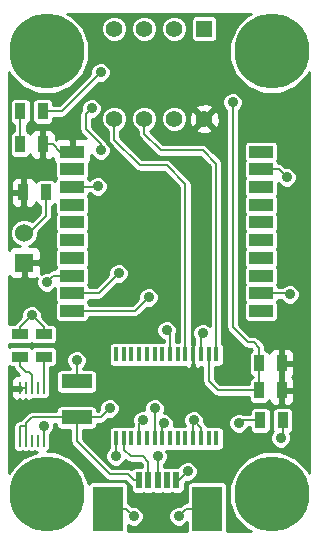
<source format=gtl>
G04 (created by PCBNEW-RS274X (2011-05-25)-stable) date Sun 26 Aug 2012 04:21:28 PM EDT*
G01*
G70*
G90*
%MOIN*%
G04 Gerber Fmt 3.4, Leading zero omitted, Abs format*
%FSLAX34Y34*%
G04 APERTURE LIST*
%ADD10C,0.006000*%
%ADD11R,0.035000X0.055000*%
%ADD12C,0.250000*%
%ADD13R,0.100000X0.050000*%
%ADD14R,0.098400X0.149600*%
%ADD15R,0.019700X0.055100*%
%ADD16R,0.055000X0.055000*%
%ADD17C,0.055000*%
%ADD18R,0.078700X0.039400*%
%ADD19R,0.016000X0.050000*%
%ADD20R,0.055000X0.035000*%
%ADD21R,0.060000X0.060000*%
%ADD22C,0.060000*%
%ADD23R,0.010600X0.039400*%
%ADD24C,0.035000*%
%ADD25C,0.008000*%
%ADD26C,0.010000*%
G04 APERTURE END LIST*
G54D10*
G54D11*
X51725Y-34200D03*
X52475Y-34200D03*
G54D12*
X52500Y-29500D03*
X52500Y-44250D03*
X60000Y-29500D03*
X60000Y-44250D03*
G54D11*
X51625Y-31500D03*
X52375Y-31500D03*
G54D13*
X53500Y-41700D03*
X53500Y-40500D03*
G54D14*
X57854Y-44743D03*
X54546Y-44743D03*
G54D15*
X56830Y-43798D03*
X56515Y-43798D03*
X55570Y-43798D03*
X55885Y-43798D03*
X56200Y-43798D03*
G54D11*
X51625Y-32600D03*
X52375Y-32600D03*
G54D16*
X57750Y-28750D03*
G54D17*
X56750Y-28750D03*
X55750Y-28750D03*
X54750Y-28750D03*
X54750Y-31750D03*
X55750Y-31750D03*
X56750Y-31750D03*
X57750Y-31750D03*
G54D18*
X53350Y-32843D03*
X53350Y-33433D03*
X53350Y-34024D03*
X53350Y-34614D03*
X53350Y-35205D03*
X53350Y-35795D03*
X53350Y-36386D03*
X53350Y-36976D03*
X53350Y-37567D03*
X53350Y-38157D03*
X59650Y-38157D03*
X59650Y-37567D03*
X59650Y-36976D03*
X59650Y-36386D03*
X59650Y-35795D03*
X59650Y-35205D03*
X59650Y-34614D03*
X59650Y-34024D03*
X59650Y-33433D03*
X59650Y-32843D03*
G54D19*
X58150Y-39600D03*
X57900Y-39600D03*
X57640Y-39600D03*
X57380Y-39600D03*
X57130Y-39600D03*
X56870Y-39600D03*
X56610Y-39600D03*
X56360Y-39600D03*
X56100Y-39600D03*
X55850Y-39600D03*
X55590Y-39600D03*
X55330Y-39600D03*
X55080Y-39600D03*
X54820Y-39600D03*
X54820Y-42400D03*
X55080Y-42400D03*
X55320Y-42400D03*
X55590Y-42400D03*
X55850Y-42400D03*
X56100Y-42400D03*
X56360Y-42400D03*
X56610Y-42400D03*
X56870Y-42400D03*
X57130Y-42400D03*
X57380Y-42400D03*
X57640Y-42400D03*
X57900Y-42400D03*
X58150Y-42400D03*
G54D11*
X59625Y-41800D03*
X60375Y-41800D03*
X59585Y-39900D03*
X60335Y-39900D03*
X60335Y-40800D03*
X59585Y-40800D03*
G54D20*
X52400Y-39675D03*
X52400Y-38925D03*
X51600Y-39675D03*
X51600Y-38925D03*
G54D21*
X51760Y-36550D03*
G54D22*
X51760Y-35550D03*
G54D23*
X51600Y-42475D03*
X51800Y-42475D03*
X52000Y-42475D03*
X52200Y-42475D03*
X52400Y-42475D03*
X52400Y-40725D03*
X52200Y-40725D03*
X52000Y-40725D03*
X51800Y-40725D03*
X51600Y-40725D03*
G54D24*
X54600Y-41400D03*
X56100Y-41400D03*
X58900Y-41900D03*
X55900Y-37700D03*
X54000Y-31400D03*
X54300Y-32800D03*
X54900Y-36900D03*
X58700Y-31200D03*
X54300Y-30200D03*
X56200Y-43000D03*
X54800Y-43000D03*
X53500Y-39800D03*
X52000Y-38300D03*
X60500Y-33700D03*
X52500Y-37200D03*
X55400Y-45000D03*
X56900Y-45000D03*
X57200Y-43500D03*
X57400Y-41800D03*
X60300Y-42400D03*
X52400Y-42000D03*
X57700Y-38900D03*
X56500Y-38800D03*
X60600Y-37600D03*
X54200Y-34000D03*
X55700Y-41800D03*
X56400Y-41900D03*
G54D25*
X51600Y-40725D02*
X51800Y-40725D01*
X53350Y-32843D02*
X52943Y-32843D01*
X52700Y-32600D02*
X52375Y-32600D01*
X52943Y-32843D02*
X52700Y-32600D01*
X55200Y-43600D02*
X54600Y-43600D01*
X53500Y-42500D02*
X53500Y-41700D01*
X54600Y-43600D02*
X53500Y-42500D01*
X53500Y-41700D02*
X54300Y-41700D01*
X54300Y-41700D02*
X54600Y-41400D01*
X52000Y-41700D02*
X53500Y-41700D01*
X51800Y-42000D02*
X51800Y-41900D01*
X51800Y-41900D02*
X52000Y-41700D01*
X51600Y-42475D02*
X51600Y-42000D01*
X51800Y-42000D02*
X51800Y-42475D01*
X51600Y-42000D02*
X51800Y-42000D01*
X55570Y-43798D02*
X55398Y-43798D01*
X55398Y-43798D02*
X55200Y-43600D01*
X56100Y-42400D02*
X56100Y-41400D01*
X58900Y-41900D02*
X59000Y-41800D01*
X59000Y-41800D02*
X59625Y-41800D01*
X54750Y-31750D02*
X54750Y-32450D01*
X57130Y-33930D02*
X57130Y-39600D01*
X56500Y-33300D02*
X57130Y-33930D01*
X55600Y-33300D02*
X56500Y-33300D01*
X54750Y-32450D02*
X55600Y-33300D01*
X55750Y-31750D02*
X55750Y-32250D01*
X58150Y-33250D02*
X58150Y-39600D01*
X57700Y-32800D02*
X58150Y-33250D01*
X56300Y-32800D02*
X57700Y-32800D01*
X55750Y-32250D02*
X56300Y-32800D01*
X53350Y-38157D02*
X55443Y-38157D01*
X55443Y-38157D02*
X55900Y-37700D01*
X54300Y-32800D02*
X54300Y-32600D01*
X53800Y-31600D02*
X54000Y-31400D01*
X53800Y-32100D02*
X53800Y-31600D01*
X54300Y-32600D02*
X53800Y-32100D01*
X53350Y-37567D02*
X54233Y-37567D01*
X54233Y-37567D02*
X54900Y-36900D01*
X51625Y-31500D02*
X51625Y-32600D01*
X52400Y-40725D02*
X52400Y-39675D01*
X58700Y-38700D02*
X59200Y-39200D01*
X58700Y-31200D02*
X58700Y-38700D01*
X59200Y-39200D02*
X59400Y-39200D01*
X59400Y-39200D02*
X59585Y-39385D01*
X59585Y-39385D02*
X59585Y-39900D01*
X59585Y-39900D02*
X59585Y-40800D01*
X57900Y-39600D02*
X57900Y-40500D01*
X58200Y-40800D02*
X59585Y-40800D01*
X57900Y-40500D02*
X58200Y-40800D01*
X59585Y-39385D02*
X59585Y-40800D01*
X52375Y-31500D02*
X53000Y-31500D01*
X53000Y-31500D02*
X54300Y-30200D01*
X52000Y-40725D02*
X52000Y-40300D01*
X51600Y-40000D02*
X51600Y-39675D01*
X51800Y-40200D02*
X51600Y-40000D01*
X51900Y-40200D02*
X51800Y-40200D01*
X52000Y-40300D02*
X51900Y-40200D01*
X55080Y-42400D02*
X55080Y-42780D01*
X55885Y-43185D02*
X55885Y-43798D01*
X55700Y-43000D02*
X55885Y-43185D01*
X55300Y-43000D02*
X55700Y-43000D01*
X55080Y-42780D02*
X55300Y-43000D01*
X54820Y-42400D02*
X54820Y-42980D01*
X56200Y-43000D02*
X56200Y-43798D01*
X54820Y-42980D02*
X54800Y-43000D01*
X53500Y-40500D02*
X53500Y-39800D01*
X52400Y-38925D02*
X52400Y-38700D01*
X51600Y-38700D02*
X52000Y-38300D01*
X51600Y-38700D02*
X51600Y-38925D01*
X52400Y-38700D02*
X52000Y-38300D01*
X59650Y-33433D02*
X60233Y-33433D01*
X60233Y-33433D02*
X60500Y-33700D01*
X53350Y-36976D02*
X52724Y-36976D01*
X52724Y-36976D02*
X52500Y-37200D01*
X54546Y-44743D02*
X55143Y-44743D01*
X55143Y-44743D02*
X55400Y-45000D01*
X57854Y-44743D02*
X57157Y-44743D01*
X57157Y-44743D02*
X56900Y-45000D01*
X56902Y-43798D02*
X57200Y-43500D01*
X56830Y-43798D02*
X56902Y-43798D01*
X57640Y-42400D02*
X57640Y-42040D01*
X57380Y-41820D02*
X57400Y-41800D01*
X57380Y-41820D02*
X57380Y-42400D01*
X57640Y-42040D02*
X57400Y-41800D01*
X60375Y-41800D02*
X60375Y-42325D01*
X60375Y-42325D02*
X60300Y-42400D01*
X52400Y-42475D02*
X52400Y-42000D01*
X57640Y-39600D02*
X57640Y-38960D01*
X57640Y-38960D02*
X57700Y-38900D01*
X56610Y-39600D02*
X56610Y-38910D01*
X56610Y-38910D02*
X56500Y-38800D01*
X59650Y-37567D02*
X60567Y-37567D01*
X60567Y-37567D02*
X60600Y-37600D01*
X53350Y-34024D02*
X54176Y-34024D01*
X54176Y-34024D02*
X54200Y-34000D01*
X52475Y-34200D02*
X52475Y-34975D01*
X51900Y-35550D02*
X51760Y-35550D01*
X52475Y-34975D02*
X51900Y-35550D01*
X55590Y-42400D02*
X55590Y-41910D01*
X55590Y-41910D02*
X55700Y-41800D01*
X56360Y-42400D02*
X56360Y-41940D01*
X56360Y-41940D02*
X56400Y-41900D01*
G54D10*
G36*
X61250Y-43560D02*
X61203Y-43447D01*
X60944Y-43187D01*
X60944Y-37669D01*
X60944Y-37532D01*
X60892Y-37406D01*
X60795Y-37309D01*
X60669Y-37256D01*
X60532Y-37256D01*
X60406Y-37308D01*
X60357Y-37357D01*
X60213Y-37357D01*
X60213Y-37336D01*
X60187Y-37274D01*
X60184Y-37271D01*
X60187Y-37269D01*
X60213Y-37207D01*
X60213Y-37139D01*
X60213Y-36745D01*
X60187Y-36683D01*
X60185Y-36681D01*
X60187Y-36679D01*
X60213Y-36617D01*
X60213Y-36549D01*
X60213Y-36155D01*
X60187Y-36093D01*
X60184Y-36090D01*
X60187Y-36088D01*
X60213Y-36026D01*
X60213Y-35958D01*
X60213Y-35564D01*
X60187Y-35502D01*
X60185Y-35500D01*
X60187Y-35498D01*
X60213Y-35436D01*
X60213Y-35368D01*
X60213Y-34974D01*
X60187Y-34912D01*
X60184Y-34909D01*
X60187Y-34907D01*
X60213Y-34845D01*
X60213Y-34777D01*
X60213Y-34383D01*
X60187Y-34321D01*
X60185Y-34319D01*
X60187Y-34317D01*
X60213Y-34255D01*
X60213Y-34187D01*
X60213Y-33899D01*
X60305Y-33991D01*
X60431Y-34044D01*
X60568Y-34044D01*
X60694Y-33992D01*
X60791Y-33895D01*
X60844Y-33769D01*
X60844Y-33632D01*
X60792Y-33506D01*
X60695Y-33409D01*
X60569Y-33356D01*
X60452Y-33356D01*
X60381Y-33285D01*
X60314Y-33239D01*
X60300Y-33236D01*
X60233Y-33223D01*
X60213Y-33223D01*
X60213Y-33202D01*
X60187Y-33140D01*
X60185Y-33138D01*
X60187Y-33136D01*
X60213Y-33074D01*
X60213Y-33006D01*
X60213Y-32612D01*
X60187Y-32550D01*
X60139Y-32502D01*
X60077Y-32476D01*
X60009Y-32476D01*
X59223Y-32476D01*
X59161Y-32502D01*
X59113Y-32550D01*
X59087Y-32612D01*
X59087Y-32680D01*
X59087Y-33074D01*
X59113Y-33136D01*
X59115Y-33138D01*
X59113Y-33140D01*
X59087Y-33202D01*
X59087Y-33270D01*
X59087Y-33664D01*
X59113Y-33726D01*
X59115Y-33728D01*
X59113Y-33731D01*
X59087Y-33793D01*
X59087Y-33861D01*
X59087Y-34255D01*
X59113Y-34317D01*
X59115Y-34319D01*
X59113Y-34321D01*
X59087Y-34383D01*
X59087Y-34451D01*
X59087Y-34845D01*
X59113Y-34907D01*
X59115Y-34909D01*
X59113Y-34912D01*
X59087Y-34974D01*
X59087Y-35042D01*
X59087Y-35436D01*
X59113Y-35498D01*
X59115Y-35500D01*
X59113Y-35502D01*
X59087Y-35564D01*
X59087Y-35632D01*
X59087Y-36026D01*
X59113Y-36088D01*
X59115Y-36090D01*
X59113Y-36093D01*
X59087Y-36155D01*
X59087Y-36223D01*
X59087Y-36617D01*
X59113Y-36679D01*
X59115Y-36681D01*
X59113Y-36683D01*
X59087Y-36745D01*
X59087Y-36813D01*
X59087Y-37207D01*
X59113Y-37269D01*
X59115Y-37271D01*
X59113Y-37274D01*
X59087Y-37336D01*
X59087Y-37404D01*
X59087Y-37798D01*
X59113Y-37860D01*
X59115Y-37862D01*
X59113Y-37864D01*
X59087Y-37926D01*
X59087Y-37994D01*
X59087Y-38388D01*
X59113Y-38450D01*
X59161Y-38498D01*
X59223Y-38524D01*
X59291Y-38524D01*
X60077Y-38524D01*
X60139Y-38498D01*
X60187Y-38450D01*
X60213Y-38388D01*
X60213Y-38320D01*
X60213Y-37926D01*
X60187Y-37864D01*
X60185Y-37862D01*
X60187Y-37860D01*
X60213Y-37798D01*
X60213Y-37777D01*
X60300Y-37777D01*
X60308Y-37794D01*
X60405Y-37891D01*
X60531Y-37944D01*
X60668Y-37944D01*
X60794Y-37892D01*
X60891Y-37795D01*
X60944Y-37669D01*
X60944Y-43187D01*
X60805Y-43048D01*
X60760Y-43029D01*
X60760Y-40912D01*
X60760Y-40688D01*
X60759Y-40574D01*
X60759Y-40475D01*
X60721Y-40384D01*
X60687Y-40350D01*
X60721Y-40316D01*
X60759Y-40225D01*
X60759Y-40126D01*
X60760Y-40012D01*
X60760Y-39788D01*
X60759Y-39674D01*
X60759Y-39575D01*
X60721Y-39484D01*
X60651Y-39414D01*
X60559Y-39376D01*
X60447Y-39375D01*
X60385Y-39437D01*
X60385Y-39850D01*
X60698Y-39850D01*
X60760Y-39788D01*
X60760Y-40012D01*
X60698Y-39950D01*
X60385Y-39950D01*
X60385Y-40337D01*
X60385Y-40363D01*
X60385Y-40750D01*
X60698Y-40750D01*
X60760Y-40688D01*
X60760Y-40912D01*
X60698Y-40850D01*
X60385Y-40850D01*
X60385Y-41263D01*
X60447Y-41325D01*
X60559Y-41324D01*
X60651Y-41286D01*
X60721Y-41216D01*
X60759Y-41125D01*
X60759Y-41026D01*
X60760Y-40912D01*
X60760Y-43029D01*
X60720Y-43012D01*
X60720Y-42109D01*
X60720Y-42041D01*
X60720Y-41491D01*
X60694Y-41429D01*
X60646Y-41381D01*
X60584Y-41355D01*
X60516Y-41355D01*
X60285Y-41355D01*
X60285Y-41263D01*
X60285Y-40900D01*
X60285Y-40850D01*
X60285Y-40750D01*
X60285Y-40700D01*
X60285Y-40363D01*
X60285Y-40337D01*
X60285Y-40000D01*
X60285Y-39950D01*
X60285Y-39850D01*
X60285Y-39800D01*
X60285Y-39437D01*
X60223Y-39375D01*
X60111Y-39376D01*
X60019Y-39414D01*
X59949Y-39484D01*
X59917Y-39560D01*
X59904Y-39529D01*
X59856Y-39481D01*
X59795Y-39455D01*
X59795Y-39385D01*
X59779Y-39305D01*
X59778Y-39304D01*
X59763Y-39282D01*
X59733Y-39237D01*
X59733Y-39236D01*
X59548Y-39052D01*
X59481Y-39006D01*
X59467Y-39003D01*
X59400Y-38990D01*
X59286Y-38990D01*
X58910Y-38613D01*
X58910Y-31476D01*
X58991Y-31395D01*
X59044Y-31269D01*
X59044Y-31132D01*
X58992Y-31006D01*
X58895Y-30909D01*
X58769Y-30856D01*
X58632Y-30856D01*
X58506Y-30908D01*
X58409Y-31005D01*
X58356Y-31131D01*
X58356Y-31268D01*
X58408Y-31394D01*
X58490Y-31476D01*
X58490Y-38700D01*
X58503Y-38767D01*
X58506Y-38781D01*
X58552Y-38848D01*
X59051Y-39348D01*
X59052Y-39348D01*
X59119Y-39394D01*
X59120Y-39394D01*
X59132Y-39396D01*
X59200Y-39410D01*
X59313Y-39410D01*
X59363Y-39460D01*
X59314Y-39481D01*
X59266Y-39529D01*
X59240Y-39591D01*
X59240Y-39659D01*
X59240Y-40209D01*
X59266Y-40271D01*
X59314Y-40319D01*
X59375Y-40344D01*
X59375Y-40355D01*
X59314Y-40381D01*
X59266Y-40429D01*
X59240Y-40491D01*
X59240Y-40559D01*
X59240Y-40590D01*
X58286Y-40590D01*
X58110Y-40413D01*
X58110Y-40020D01*
X58264Y-40020D01*
X58326Y-39994D01*
X58374Y-39946D01*
X58400Y-39884D01*
X58400Y-39816D01*
X58400Y-39316D01*
X58374Y-39254D01*
X58360Y-39240D01*
X58360Y-33250D01*
X58344Y-33170D01*
X58343Y-33169D01*
X58328Y-33147D01*
X58298Y-33102D01*
X58298Y-33101D01*
X58269Y-33072D01*
X58269Y-31824D01*
X58258Y-31620D01*
X58202Y-31483D01*
X58195Y-31481D01*
X58195Y-29059D01*
X58195Y-28991D01*
X58195Y-28441D01*
X58169Y-28379D01*
X58121Y-28331D01*
X58059Y-28305D01*
X57991Y-28305D01*
X57441Y-28305D01*
X57379Y-28331D01*
X57331Y-28379D01*
X57305Y-28441D01*
X57305Y-28509D01*
X57305Y-29059D01*
X57331Y-29121D01*
X57379Y-29169D01*
X57441Y-29195D01*
X57509Y-29195D01*
X58059Y-29195D01*
X58121Y-29169D01*
X58169Y-29121D01*
X58195Y-29059D01*
X58195Y-31481D01*
X58111Y-31460D01*
X58040Y-31531D01*
X58040Y-31389D01*
X58017Y-31298D01*
X57824Y-31231D01*
X57620Y-31242D01*
X57483Y-31298D01*
X57460Y-31389D01*
X57750Y-31679D01*
X58040Y-31389D01*
X58040Y-31531D01*
X57821Y-31750D01*
X58111Y-32040D01*
X58202Y-32017D01*
X58269Y-31824D01*
X58269Y-33072D01*
X58040Y-32843D01*
X58040Y-32111D01*
X57750Y-31821D01*
X57679Y-31892D01*
X57679Y-31750D01*
X57389Y-31460D01*
X57298Y-31483D01*
X57231Y-31676D01*
X57242Y-31880D01*
X57298Y-32017D01*
X57389Y-32040D01*
X57679Y-31750D01*
X57679Y-31892D01*
X57460Y-32111D01*
X57483Y-32202D01*
X57676Y-32269D01*
X57880Y-32258D01*
X58017Y-32202D01*
X58040Y-32111D01*
X58040Y-32843D01*
X57848Y-32652D01*
X57781Y-32606D01*
X57767Y-32603D01*
X57700Y-32590D01*
X57194Y-32590D01*
X57194Y-31839D01*
X57194Y-31662D01*
X57194Y-28839D01*
X57194Y-28662D01*
X57127Y-28499D01*
X57002Y-28374D01*
X56839Y-28306D01*
X56662Y-28306D01*
X56499Y-28373D01*
X56374Y-28498D01*
X56306Y-28661D01*
X56306Y-28838D01*
X56373Y-29001D01*
X56498Y-29126D01*
X56661Y-29194D01*
X56838Y-29194D01*
X57001Y-29127D01*
X57126Y-29002D01*
X57194Y-28839D01*
X57194Y-31662D01*
X57127Y-31499D01*
X57002Y-31374D01*
X56839Y-31306D01*
X56662Y-31306D01*
X56499Y-31373D01*
X56374Y-31498D01*
X56306Y-31661D01*
X56306Y-31838D01*
X56373Y-32001D01*
X56498Y-32126D01*
X56661Y-32194D01*
X56838Y-32194D01*
X57001Y-32127D01*
X57126Y-32002D01*
X57194Y-31839D01*
X57194Y-32590D01*
X56386Y-32590D01*
X55960Y-32163D01*
X55960Y-32143D01*
X56001Y-32127D01*
X56126Y-32002D01*
X56194Y-31839D01*
X56194Y-31662D01*
X56194Y-28839D01*
X56194Y-28662D01*
X56127Y-28499D01*
X56002Y-28374D01*
X55839Y-28306D01*
X55662Y-28306D01*
X55499Y-28373D01*
X55374Y-28498D01*
X55306Y-28661D01*
X55306Y-28838D01*
X55373Y-29001D01*
X55498Y-29126D01*
X55661Y-29194D01*
X55838Y-29194D01*
X56001Y-29127D01*
X56126Y-29002D01*
X56194Y-28839D01*
X56194Y-31662D01*
X56127Y-31499D01*
X56002Y-31374D01*
X55839Y-31306D01*
X55662Y-31306D01*
X55499Y-31373D01*
X55374Y-31498D01*
X55306Y-31661D01*
X55306Y-31838D01*
X55373Y-32001D01*
X55498Y-32126D01*
X55540Y-32143D01*
X55540Y-32250D01*
X55553Y-32317D01*
X55556Y-32331D01*
X55602Y-32398D01*
X56151Y-32948D01*
X56152Y-32948D01*
X56197Y-32978D01*
X56219Y-32993D01*
X56220Y-32994D01*
X56299Y-33009D01*
X56300Y-33010D01*
X57613Y-33010D01*
X57940Y-33336D01*
X57940Y-38654D01*
X57895Y-38609D01*
X57769Y-38556D01*
X57632Y-38556D01*
X57506Y-38608D01*
X57409Y-38705D01*
X57356Y-38831D01*
X57356Y-38968D01*
X57408Y-39094D01*
X57430Y-39116D01*
X57430Y-39152D01*
X57420Y-39162D01*
X57420Y-39250D01*
X57416Y-39254D01*
X57390Y-39316D01*
X57390Y-39384D01*
X57390Y-39884D01*
X57416Y-39946D01*
X57420Y-39950D01*
X57420Y-40038D01*
X57482Y-40100D01*
X57509Y-40099D01*
X57601Y-40061D01*
X57642Y-40020D01*
X57690Y-40020D01*
X57690Y-40500D01*
X57703Y-40567D01*
X57706Y-40581D01*
X57752Y-40648D01*
X58051Y-40948D01*
X58052Y-40948D01*
X58119Y-40994D01*
X58120Y-40994D01*
X58132Y-40996D01*
X58200Y-41010D01*
X59240Y-41010D01*
X59240Y-41109D01*
X59266Y-41171D01*
X59314Y-41219D01*
X59376Y-41245D01*
X59444Y-41245D01*
X59794Y-41245D01*
X59856Y-41219D01*
X59904Y-41171D01*
X59917Y-41139D01*
X59949Y-41216D01*
X60019Y-41286D01*
X60111Y-41324D01*
X60223Y-41325D01*
X60285Y-41263D01*
X60285Y-41355D01*
X60166Y-41355D01*
X60104Y-41381D01*
X60056Y-41429D01*
X60030Y-41491D01*
X60030Y-41559D01*
X60030Y-42109D01*
X60052Y-42161D01*
X60009Y-42205D01*
X59970Y-42297D01*
X59970Y-42109D01*
X59970Y-42041D01*
X59970Y-41491D01*
X59944Y-41429D01*
X59896Y-41381D01*
X59834Y-41355D01*
X59766Y-41355D01*
X59416Y-41355D01*
X59354Y-41381D01*
X59306Y-41429D01*
X59280Y-41491D01*
X59280Y-41559D01*
X59280Y-41590D01*
X59049Y-41590D01*
X58969Y-41556D01*
X58832Y-41556D01*
X58706Y-41608D01*
X58609Y-41705D01*
X58556Y-41831D01*
X58556Y-41968D01*
X58608Y-42094D01*
X58705Y-42191D01*
X58831Y-42244D01*
X58968Y-42244D01*
X59094Y-42192D01*
X59191Y-42095D01*
X59226Y-42010D01*
X59280Y-42010D01*
X59280Y-42109D01*
X59306Y-42171D01*
X59354Y-42219D01*
X59416Y-42245D01*
X59484Y-42245D01*
X59834Y-42245D01*
X59896Y-42219D01*
X59944Y-42171D01*
X59970Y-42109D01*
X59970Y-42297D01*
X59956Y-42331D01*
X59956Y-42468D01*
X60008Y-42594D01*
X60105Y-42691D01*
X60231Y-42744D01*
X60368Y-42744D01*
X60494Y-42692D01*
X60591Y-42595D01*
X60644Y-42469D01*
X60644Y-42332D01*
X60604Y-42236D01*
X60646Y-42219D01*
X60694Y-42171D01*
X60720Y-42109D01*
X60720Y-43012D01*
X60283Y-42831D01*
X59719Y-42831D01*
X59197Y-43047D01*
X58798Y-43445D01*
X58581Y-43967D01*
X58581Y-44531D01*
X58797Y-45053D01*
X59195Y-45452D01*
X59322Y-45505D01*
X58516Y-45505D01*
X58516Y-45457D01*
X58516Y-43961D01*
X58490Y-43899D01*
X58442Y-43851D01*
X58380Y-43825D01*
X58312Y-43825D01*
X57328Y-43825D01*
X57266Y-43851D01*
X57218Y-43899D01*
X57192Y-43961D01*
X57192Y-44029D01*
X57192Y-44533D01*
X57157Y-44533D01*
X57077Y-44549D01*
X57054Y-44564D01*
X57008Y-44595D01*
X56947Y-44656D01*
X56832Y-44656D01*
X56706Y-44708D01*
X56609Y-44805D01*
X56556Y-44931D01*
X56556Y-45068D01*
X56608Y-45194D01*
X56705Y-45291D01*
X56831Y-45344D01*
X56968Y-45344D01*
X57094Y-45292D01*
X57191Y-45195D01*
X57192Y-45192D01*
X57192Y-45505D01*
X55208Y-45505D01*
X55208Y-45457D01*
X55208Y-45292D01*
X55331Y-45344D01*
X55468Y-45344D01*
X55594Y-45292D01*
X55691Y-45195D01*
X55744Y-45069D01*
X55744Y-44932D01*
X55692Y-44806D01*
X55595Y-44709D01*
X55469Y-44656D01*
X55352Y-44656D01*
X55291Y-44595D01*
X55224Y-44549D01*
X55210Y-44546D01*
X55208Y-44546D01*
X55208Y-43961D01*
X55182Y-43899D01*
X55134Y-43851D01*
X55072Y-43825D01*
X55004Y-43825D01*
X54020Y-43825D01*
X53958Y-43851D01*
X53910Y-43899D01*
X53899Y-43922D01*
X53703Y-43447D01*
X53305Y-43048D01*
X52783Y-42831D01*
X52513Y-42831D01*
X52549Y-42816D01*
X52597Y-42768D01*
X52623Y-42706D01*
X52623Y-42638D01*
X52623Y-42263D01*
X52691Y-42195D01*
X52744Y-42069D01*
X52744Y-41932D01*
X52734Y-41910D01*
X52830Y-41910D01*
X52830Y-41984D01*
X52856Y-42046D01*
X52904Y-42094D01*
X52966Y-42120D01*
X53034Y-42120D01*
X53290Y-42120D01*
X53290Y-42500D01*
X53303Y-42567D01*
X53306Y-42581D01*
X53352Y-42648D01*
X54451Y-43748D01*
X54452Y-43748D01*
X54497Y-43778D01*
X54519Y-43793D01*
X54520Y-43794D01*
X54600Y-43810D01*
X55113Y-43810D01*
X55249Y-43946D01*
X55250Y-43946D01*
X55302Y-43981D01*
X55302Y-44107D01*
X55328Y-44169D01*
X55376Y-44217D01*
X55438Y-44243D01*
X55506Y-44243D01*
X55702Y-44243D01*
X55727Y-44232D01*
X55753Y-44243D01*
X55821Y-44243D01*
X56017Y-44243D01*
X56042Y-44232D01*
X56068Y-44243D01*
X56136Y-44243D01*
X56332Y-44243D01*
X56357Y-44232D01*
X56383Y-44243D01*
X56451Y-44243D01*
X56647Y-44243D01*
X56672Y-44232D01*
X56698Y-44243D01*
X56766Y-44243D01*
X56962Y-44243D01*
X57024Y-44217D01*
X57072Y-44169D01*
X57098Y-44107D01*
X57098Y-44039D01*
X57098Y-43898D01*
X57152Y-43844D01*
X57268Y-43844D01*
X57394Y-43792D01*
X57491Y-43695D01*
X57544Y-43569D01*
X57544Y-43432D01*
X57492Y-43306D01*
X57395Y-43209D01*
X57269Y-43156D01*
X57132Y-43156D01*
X57006Y-43208D01*
X56909Y-43305D01*
X56888Y-43353D01*
X56698Y-43353D01*
X56672Y-43363D01*
X56647Y-43353D01*
X56579Y-43353D01*
X56410Y-43353D01*
X56410Y-43276D01*
X56491Y-43195D01*
X56544Y-43069D01*
X56544Y-42932D01*
X56497Y-42820D01*
X56564Y-42820D01*
X56724Y-42820D01*
X56740Y-42813D01*
X56756Y-42820D01*
X56824Y-42820D01*
X56984Y-42820D01*
X57000Y-42813D01*
X57016Y-42820D01*
X57084Y-42820D01*
X57244Y-42820D01*
X57255Y-42815D01*
X57266Y-42820D01*
X57334Y-42820D01*
X57494Y-42820D01*
X57510Y-42813D01*
X57526Y-42820D01*
X57594Y-42820D01*
X57754Y-42820D01*
X57770Y-42813D01*
X57786Y-42820D01*
X57854Y-42820D01*
X58014Y-42820D01*
X58025Y-42815D01*
X58036Y-42820D01*
X58104Y-42820D01*
X58264Y-42820D01*
X58326Y-42794D01*
X58374Y-42746D01*
X58400Y-42684D01*
X58400Y-42616D01*
X58400Y-42116D01*
X58374Y-42054D01*
X58326Y-42006D01*
X58264Y-41980D01*
X58196Y-41980D01*
X58036Y-41980D01*
X58025Y-41984D01*
X58014Y-41980D01*
X57946Y-41980D01*
X57838Y-41980D01*
X57834Y-41960D01*
X57833Y-41959D01*
X57818Y-41937D01*
X57788Y-41892D01*
X57788Y-41891D01*
X57744Y-41847D01*
X57744Y-41732D01*
X57692Y-41606D01*
X57595Y-41509D01*
X57469Y-41456D01*
X57380Y-41456D01*
X57380Y-39884D01*
X57380Y-39816D01*
X57380Y-39316D01*
X57354Y-39254D01*
X57340Y-39240D01*
X57340Y-39162D01*
X57340Y-33930D01*
X57339Y-33929D01*
X57324Y-33850D01*
X57323Y-33849D01*
X57308Y-33827D01*
X57278Y-33782D01*
X57278Y-33781D01*
X56648Y-33152D01*
X56581Y-33106D01*
X56567Y-33103D01*
X56500Y-33090D01*
X55686Y-33090D01*
X54960Y-32363D01*
X54960Y-32143D01*
X55001Y-32127D01*
X55126Y-32002D01*
X55194Y-31839D01*
X55194Y-31662D01*
X55194Y-28839D01*
X55194Y-28662D01*
X55127Y-28499D01*
X55002Y-28374D01*
X54839Y-28306D01*
X54662Y-28306D01*
X54499Y-28373D01*
X54374Y-28498D01*
X54306Y-28661D01*
X54306Y-28838D01*
X54373Y-29001D01*
X54498Y-29126D01*
X54661Y-29194D01*
X54838Y-29194D01*
X55001Y-29127D01*
X55126Y-29002D01*
X55194Y-28839D01*
X55194Y-31662D01*
X55127Y-31499D01*
X55002Y-31374D01*
X54839Y-31306D01*
X54662Y-31306D01*
X54644Y-31313D01*
X54644Y-30269D01*
X54644Y-30132D01*
X54592Y-30006D01*
X54495Y-29909D01*
X54369Y-29856D01*
X54232Y-29856D01*
X54106Y-29908D01*
X54009Y-30005D01*
X53956Y-30131D01*
X53956Y-30247D01*
X52913Y-31290D01*
X52720Y-31290D01*
X52720Y-31191D01*
X52694Y-31129D01*
X52646Y-31081D01*
X52584Y-31055D01*
X52516Y-31055D01*
X52166Y-31055D01*
X52104Y-31081D01*
X52056Y-31129D01*
X52030Y-31191D01*
X52030Y-31259D01*
X52030Y-31809D01*
X52056Y-31871D01*
X52104Y-31919D01*
X52166Y-31945D01*
X52234Y-31945D01*
X52584Y-31945D01*
X52646Y-31919D01*
X52694Y-31871D01*
X52720Y-31809D01*
X52720Y-31741D01*
X52720Y-31710D01*
X53000Y-31710D01*
X53000Y-31709D01*
X53067Y-31696D01*
X53080Y-31694D01*
X53081Y-31694D01*
X53148Y-31648D01*
X54252Y-30544D01*
X54368Y-30544D01*
X54494Y-30492D01*
X54591Y-30395D01*
X54644Y-30269D01*
X54644Y-31313D01*
X54499Y-31373D01*
X54374Y-31498D01*
X54306Y-31661D01*
X54306Y-31838D01*
X54373Y-32001D01*
X54498Y-32126D01*
X54540Y-32143D01*
X54540Y-32450D01*
X54553Y-32517D01*
X54556Y-32531D01*
X54602Y-32598D01*
X55451Y-33448D01*
X55452Y-33448D01*
X55519Y-33494D01*
X55520Y-33494D01*
X55532Y-33496D01*
X55600Y-33510D01*
X56413Y-33510D01*
X56920Y-34016D01*
X56920Y-39180D01*
X56916Y-39180D01*
X56820Y-39180D01*
X56820Y-38926D01*
X56844Y-38869D01*
X56844Y-38732D01*
X56792Y-38606D01*
X56695Y-38509D01*
X56569Y-38456D01*
X56432Y-38456D01*
X56306Y-38508D01*
X56209Y-38605D01*
X56156Y-38731D01*
X56156Y-38868D01*
X56208Y-38994D01*
X56305Y-39091D01*
X56400Y-39130D01*
X56400Y-39180D01*
X56246Y-39180D01*
X56230Y-39186D01*
X56214Y-39180D01*
X56146Y-39180D01*
X55986Y-39180D01*
X55975Y-39184D01*
X55964Y-39180D01*
X55896Y-39180D01*
X55736Y-39180D01*
X55720Y-39186D01*
X55704Y-39180D01*
X55636Y-39180D01*
X55476Y-39180D01*
X55460Y-39186D01*
X55444Y-39180D01*
X55376Y-39180D01*
X55216Y-39180D01*
X55205Y-39184D01*
X55194Y-39180D01*
X55126Y-39180D01*
X54966Y-39180D01*
X54950Y-39186D01*
X54934Y-39180D01*
X54866Y-39180D01*
X54706Y-39180D01*
X54644Y-39206D01*
X54596Y-39254D01*
X54570Y-39316D01*
X54570Y-39384D01*
X54570Y-39884D01*
X54596Y-39946D01*
X54644Y-39994D01*
X54706Y-40020D01*
X54774Y-40020D01*
X54934Y-40020D01*
X54950Y-40013D01*
X54966Y-40020D01*
X55034Y-40020D01*
X55194Y-40020D01*
X55205Y-40015D01*
X55216Y-40020D01*
X55284Y-40020D01*
X55444Y-40020D01*
X55460Y-40013D01*
X55476Y-40020D01*
X55544Y-40020D01*
X55704Y-40020D01*
X55720Y-40013D01*
X55736Y-40020D01*
X55804Y-40020D01*
X55964Y-40020D01*
X55975Y-40015D01*
X55986Y-40020D01*
X56054Y-40020D01*
X56214Y-40020D01*
X56230Y-40013D01*
X56246Y-40020D01*
X56314Y-40020D01*
X56474Y-40020D01*
X56485Y-40015D01*
X56496Y-40020D01*
X56564Y-40020D01*
X56724Y-40020D01*
X56740Y-40013D01*
X56756Y-40020D01*
X56824Y-40020D01*
X56984Y-40020D01*
X57000Y-40013D01*
X57016Y-40020D01*
X57084Y-40020D01*
X57118Y-40020D01*
X57159Y-40061D01*
X57251Y-40099D01*
X57278Y-40100D01*
X57340Y-40038D01*
X57340Y-39960D01*
X57354Y-39946D01*
X57380Y-39884D01*
X57380Y-41456D01*
X57332Y-41456D01*
X57206Y-41508D01*
X57109Y-41605D01*
X57056Y-41731D01*
X57056Y-41868D01*
X57102Y-41980D01*
X57016Y-41980D01*
X57000Y-41986D01*
X56984Y-41980D01*
X56916Y-41980D01*
X56756Y-41980D01*
X56740Y-41986D01*
X56737Y-41985D01*
X56744Y-41969D01*
X56744Y-41832D01*
X56692Y-41706D01*
X56595Y-41609D01*
X56469Y-41556D01*
X56407Y-41556D01*
X56444Y-41469D01*
X56444Y-41332D01*
X56392Y-41206D01*
X56295Y-41109D01*
X56169Y-41056D01*
X56032Y-41056D01*
X55906Y-41108D01*
X55809Y-41205D01*
X55756Y-41331D01*
X55756Y-41456D01*
X55632Y-41456D01*
X55506Y-41508D01*
X55409Y-41605D01*
X55356Y-41731D01*
X55356Y-41868D01*
X55380Y-41926D01*
X55380Y-41980D01*
X55366Y-41980D01*
X55206Y-41980D01*
X55200Y-41982D01*
X55194Y-41980D01*
X55126Y-41980D01*
X54966Y-41980D01*
X54950Y-41986D01*
X54934Y-41980D01*
X54866Y-41980D01*
X54706Y-41980D01*
X54644Y-42006D01*
X54596Y-42054D01*
X54570Y-42116D01*
X54570Y-42184D01*
X54570Y-42684D01*
X54587Y-42726D01*
X54509Y-42805D01*
X54456Y-42931D01*
X54456Y-43068D01*
X54508Y-43194D01*
X54605Y-43291D01*
X54731Y-43344D01*
X54868Y-43344D01*
X54994Y-43292D01*
X55091Y-43195D01*
X55122Y-43119D01*
X55151Y-43148D01*
X55152Y-43148D01*
X55219Y-43194D01*
X55220Y-43194D01*
X55232Y-43196D01*
X55300Y-43210D01*
X55613Y-43210D01*
X55675Y-43271D01*
X55675Y-43353D01*
X55634Y-43353D01*
X55438Y-43353D01*
X55376Y-43379D01*
X55328Y-43427D01*
X55324Y-43435D01*
X55281Y-43406D01*
X55267Y-43403D01*
X55200Y-43390D01*
X54686Y-43390D01*
X53710Y-42413D01*
X53710Y-42120D01*
X54034Y-42120D01*
X54096Y-42094D01*
X54144Y-42046D01*
X54170Y-41984D01*
X54170Y-41916D01*
X54170Y-41910D01*
X54300Y-41910D01*
X54300Y-41909D01*
X54367Y-41896D01*
X54380Y-41894D01*
X54381Y-41894D01*
X54448Y-41848D01*
X54552Y-41744D01*
X54668Y-41744D01*
X54794Y-41692D01*
X54891Y-41595D01*
X54944Y-41469D01*
X54944Y-41332D01*
X54892Y-41206D01*
X54795Y-41109D01*
X54669Y-41056D01*
X54532Y-41056D01*
X54406Y-41108D01*
X54309Y-41205D01*
X54256Y-41331D01*
X54256Y-41447D01*
X54213Y-41490D01*
X54170Y-41490D01*
X54170Y-41416D01*
X54170Y-40784D01*
X54170Y-40716D01*
X54170Y-40216D01*
X54144Y-40154D01*
X54096Y-40106D01*
X54034Y-40080D01*
X53966Y-40080D01*
X53710Y-40080D01*
X53710Y-40076D01*
X53791Y-39995D01*
X53844Y-39869D01*
X53844Y-39732D01*
X53792Y-39606D01*
X53695Y-39509D01*
X53569Y-39456D01*
X53432Y-39456D01*
X53306Y-39508D01*
X53209Y-39605D01*
X53156Y-39731D01*
X53156Y-39868D01*
X53208Y-39994D01*
X53290Y-40076D01*
X53290Y-40080D01*
X52966Y-40080D01*
X52904Y-40106D01*
X52856Y-40154D01*
X52830Y-40216D01*
X52830Y-40284D01*
X52830Y-40784D01*
X52856Y-40846D01*
X52904Y-40894D01*
X52966Y-40920D01*
X53034Y-40920D01*
X54034Y-40920D01*
X54096Y-40894D01*
X54144Y-40846D01*
X54170Y-40784D01*
X54170Y-41416D01*
X54144Y-41354D01*
X54096Y-41306D01*
X54034Y-41280D01*
X53966Y-41280D01*
X52966Y-41280D01*
X52904Y-41306D01*
X52856Y-41354D01*
X52830Y-41416D01*
X52830Y-41484D01*
X52830Y-41490D01*
X52000Y-41490D01*
X51920Y-41506D01*
X51897Y-41521D01*
X51851Y-41552D01*
X51652Y-41752D01*
X51625Y-41790D01*
X51600Y-41790D01*
X51520Y-41806D01*
X51452Y-41852D01*
X51406Y-41920D01*
X51390Y-42000D01*
X51390Y-42213D01*
X51377Y-42244D01*
X51377Y-42312D01*
X51377Y-42706D01*
X51403Y-42768D01*
X51451Y-42816D01*
X51513Y-42842D01*
X51581Y-42842D01*
X51687Y-42842D01*
X51700Y-42836D01*
X51713Y-42842D01*
X51781Y-42842D01*
X51887Y-42842D01*
X51900Y-42836D01*
X51913Y-42842D01*
X51981Y-42842D01*
X52087Y-42842D01*
X52100Y-42836D01*
X52113Y-42842D01*
X52181Y-42842D01*
X52192Y-42842D01*
X51697Y-43047D01*
X51298Y-43445D01*
X51250Y-43560D01*
X51250Y-40002D01*
X51291Y-40020D01*
X51359Y-40020D01*
X51394Y-40020D01*
X51403Y-40067D01*
X51406Y-40081D01*
X51452Y-40148D01*
X51582Y-40278D01*
X51512Y-40278D01*
X51500Y-40278D01*
X51498Y-40279D01*
X51406Y-40317D01*
X51336Y-40387D01*
X51298Y-40478D01*
X51298Y-40577D01*
X51297Y-40613D01*
X51359Y-40675D01*
X51500Y-40675D01*
X51559Y-40675D01*
X51574Y-40675D01*
X51626Y-40675D01*
X51650Y-40675D01*
X51650Y-40775D01*
X51626Y-40775D01*
X51574Y-40775D01*
X51559Y-40775D01*
X51359Y-40775D01*
X51297Y-40837D01*
X51298Y-40873D01*
X51298Y-40972D01*
X51336Y-41063D01*
X51406Y-41133D01*
X51498Y-41171D01*
X51512Y-41172D01*
X51574Y-41110D01*
X51574Y-41101D01*
X51606Y-41133D01*
X51679Y-41163D01*
X51688Y-41172D01*
X51698Y-41171D01*
X51700Y-41171D01*
X51702Y-41171D01*
X51712Y-41172D01*
X51720Y-41163D01*
X51794Y-41133D01*
X51826Y-41101D01*
X51826Y-41110D01*
X51888Y-41172D01*
X51902Y-41171D01*
X51994Y-41133D01*
X52035Y-41092D01*
X52087Y-41092D01*
X52100Y-41086D01*
X52113Y-41092D01*
X52181Y-41092D01*
X52287Y-41092D01*
X52300Y-41086D01*
X52313Y-41092D01*
X52381Y-41092D01*
X52487Y-41092D01*
X52549Y-41066D01*
X52597Y-41018D01*
X52623Y-40956D01*
X52623Y-40888D01*
X52623Y-40494D01*
X52610Y-40463D01*
X52610Y-40020D01*
X52709Y-40020D01*
X52771Y-39994D01*
X52819Y-39946D01*
X52845Y-39884D01*
X52845Y-39816D01*
X52845Y-39466D01*
X52819Y-39404D01*
X52771Y-39356D01*
X52709Y-39330D01*
X52641Y-39330D01*
X52091Y-39330D01*
X52029Y-39356D01*
X52000Y-39385D01*
X51971Y-39356D01*
X51909Y-39330D01*
X51841Y-39330D01*
X51291Y-39330D01*
X51250Y-39347D01*
X51250Y-39252D01*
X51291Y-39270D01*
X51359Y-39270D01*
X51909Y-39270D01*
X51971Y-39244D01*
X52000Y-39215D01*
X52029Y-39244D01*
X52091Y-39270D01*
X52159Y-39270D01*
X52709Y-39270D01*
X52771Y-39244D01*
X52819Y-39196D01*
X52845Y-39134D01*
X52845Y-39066D01*
X52845Y-38716D01*
X52819Y-38654D01*
X52771Y-38606D01*
X52709Y-38580D01*
X52641Y-38580D01*
X52567Y-38580D01*
X52548Y-38552D01*
X52548Y-38551D01*
X52344Y-38347D01*
X52344Y-38232D01*
X52292Y-38106D01*
X52195Y-38009D01*
X52069Y-37956D01*
X51932Y-37956D01*
X51806Y-38008D01*
X51709Y-38105D01*
X51656Y-38231D01*
X51656Y-38347D01*
X51452Y-38552D01*
X51432Y-38580D01*
X51291Y-38580D01*
X51250Y-38597D01*
X51250Y-36992D01*
X51319Y-37061D01*
X51410Y-37099D01*
X51509Y-37099D01*
X51648Y-37100D01*
X51710Y-37038D01*
X51710Y-36650D01*
X51710Y-36600D01*
X51710Y-36500D01*
X51810Y-36500D01*
X51860Y-36500D01*
X52248Y-36500D01*
X52310Y-36438D01*
X52309Y-36201D01*
X52271Y-36109D01*
X52201Y-36039D01*
X52110Y-36001D01*
X52011Y-36001D01*
X51901Y-36000D01*
X52026Y-35949D01*
X52158Y-35817D01*
X52230Y-35644D01*
X52230Y-35516D01*
X52623Y-35124D01*
X52623Y-35123D01*
X52669Y-35056D01*
X52669Y-35055D01*
X52671Y-35042D01*
X52684Y-34975D01*
X52685Y-34975D01*
X52685Y-34644D01*
X52746Y-34619D01*
X52787Y-34578D01*
X52787Y-34845D01*
X52813Y-34907D01*
X52815Y-34909D01*
X52813Y-34912D01*
X52787Y-34974D01*
X52787Y-35042D01*
X52787Y-35436D01*
X52813Y-35498D01*
X52815Y-35500D01*
X52813Y-35502D01*
X52787Y-35564D01*
X52787Y-35632D01*
X52787Y-36026D01*
X52813Y-36088D01*
X52815Y-36090D01*
X52813Y-36093D01*
X52787Y-36155D01*
X52787Y-36223D01*
X52787Y-36617D01*
X52813Y-36679D01*
X52815Y-36681D01*
X52813Y-36683D01*
X52787Y-36745D01*
X52787Y-36766D01*
X52724Y-36766D01*
X52644Y-36782D01*
X52621Y-36797D01*
X52575Y-36828D01*
X52547Y-36856D01*
X52432Y-36856D01*
X52306Y-36908D01*
X52304Y-36909D01*
X52309Y-36899D01*
X52310Y-36662D01*
X52248Y-36600D01*
X51810Y-36600D01*
X51810Y-37038D01*
X51872Y-37100D01*
X52011Y-37099D01*
X52110Y-37099D01*
X52182Y-37068D01*
X52156Y-37131D01*
X52156Y-37268D01*
X52208Y-37394D01*
X52305Y-37491D01*
X52431Y-37544D01*
X52568Y-37544D01*
X52694Y-37492D01*
X52787Y-37399D01*
X52787Y-37404D01*
X52787Y-37798D01*
X52813Y-37860D01*
X52815Y-37862D01*
X52813Y-37864D01*
X52787Y-37926D01*
X52787Y-37994D01*
X52787Y-38388D01*
X52813Y-38450D01*
X52861Y-38498D01*
X52923Y-38524D01*
X52991Y-38524D01*
X53777Y-38524D01*
X53839Y-38498D01*
X53887Y-38450D01*
X53913Y-38388D01*
X53913Y-38367D01*
X55443Y-38367D01*
X55443Y-38366D01*
X55510Y-38353D01*
X55523Y-38351D01*
X55524Y-38351D01*
X55591Y-38305D01*
X55852Y-38044D01*
X55968Y-38044D01*
X56094Y-37992D01*
X56191Y-37895D01*
X56244Y-37769D01*
X56244Y-37632D01*
X56192Y-37506D01*
X56095Y-37409D01*
X55969Y-37356D01*
X55832Y-37356D01*
X55706Y-37408D01*
X55609Y-37505D01*
X55556Y-37631D01*
X55556Y-37747D01*
X55356Y-37947D01*
X53913Y-37947D01*
X53913Y-37926D01*
X53887Y-37864D01*
X53885Y-37862D01*
X53887Y-37860D01*
X53913Y-37798D01*
X53913Y-37777D01*
X54233Y-37777D01*
X54233Y-37776D01*
X54300Y-37763D01*
X54313Y-37761D01*
X54314Y-37761D01*
X54381Y-37715D01*
X54852Y-37244D01*
X54968Y-37244D01*
X55094Y-37192D01*
X55191Y-37095D01*
X55244Y-36969D01*
X55244Y-36832D01*
X55192Y-36706D01*
X55095Y-36609D01*
X54969Y-36556D01*
X54832Y-36556D01*
X54706Y-36608D01*
X54609Y-36705D01*
X54556Y-36831D01*
X54556Y-36947D01*
X54146Y-37357D01*
X53913Y-37357D01*
X53913Y-37336D01*
X53887Y-37274D01*
X53884Y-37271D01*
X53887Y-37269D01*
X53913Y-37207D01*
X53913Y-37139D01*
X53913Y-36745D01*
X53887Y-36683D01*
X53885Y-36681D01*
X53887Y-36679D01*
X53913Y-36617D01*
X53913Y-36549D01*
X53913Y-36155D01*
X53887Y-36093D01*
X53884Y-36090D01*
X53887Y-36088D01*
X53913Y-36026D01*
X53913Y-35958D01*
X53913Y-35564D01*
X53887Y-35502D01*
X53885Y-35500D01*
X53887Y-35498D01*
X53913Y-35436D01*
X53913Y-35368D01*
X53913Y-34974D01*
X53887Y-34912D01*
X53884Y-34909D01*
X53887Y-34907D01*
X53913Y-34845D01*
X53913Y-34777D01*
X53913Y-34383D01*
X53887Y-34321D01*
X53885Y-34319D01*
X53887Y-34317D01*
X53913Y-34255D01*
X53913Y-34234D01*
X53948Y-34234D01*
X54005Y-34291D01*
X54131Y-34344D01*
X54268Y-34344D01*
X54394Y-34292D01*
X54491Y-34195D01*
X54544Y-34069D01*
X54544Y-33932D01*
X54492Y-33806D01*
X54395Y-33709D01*
X54269Y-33656D01*
X54132Y-33656D01*
X54006Y-33708D01*
X53913Y-33801D01*
X53913Y-33793D01*
X53887Y-33731D01*
X53884Y-33728D01*
X53887Y-33726D01*
X53913Y-33664D01*
X53913Y-33596D01*
X53913Y-33222D01*
X53954Y-33181D01*
X53992Y-33090D01*
X53992Y-32991D01*
X53992Y-32957D01*
X54008Y-32994D01*
X54105Y-33091D01*
X54231Y-33144D01*
X54368Y-33144D01*
X54494Y-33092D01*
X54591Y-32995D01*
X54644Y-32869D01*
X54644Y-32732D01*
X54592Y-32606D01*
X54495Y-32509D01*
X54484Y-32504D01*
X54483Y-32504D01*
X54448Y-32452D01*
X54448Y-32451D01*
X54010Y-32013D01*
X54010Y-31744D01*
X54068Y-31744D01*
X54194Y-31692D01*
X54291Y-31595D01*
X54344Y-31469D01*
X54344Y-31332D01*
X54292Y-31206D01*
X54195Y-31109D01*
X54069Y-31056D01*
X53932Y-31056D01*
X53806Y-31108D01*
X53709Y-31205D01*
X53656Y-31331D01*
X53656Y-31447D01*
X53652Y-31452D01*
X53606Y-31519D01*
X53603Y-31532D01*
X53590Y-31600D01*
X53590Y-32100D01*
X53603Y-32167D01*
X53606Y-32181D01*
X53652Y-32248D01*
X53806Y-32403D01*
X53792Y-32397D01*
X53462Y-32396D01*
X53400Y-32458D01*
X53400Y-32743D01*
X53400Y-32793D01*
X53400Y-32893D01*
X53300Y-32893D01*
X53300Y-32793D01*
X53300Y-32743D01*
X53300Y-32458D01*
X53238Y-32396D01*
X52908Y-32397D01*
X52816Y-32435D01*
X52799Y-32451D01*
X52799Y-32374D01*
X52799Y-32275D01*
X52761Y-32184D01*
X52691Y-32114D01*
X52599Y-32076D01*
X52487Y-32075D01*
X52425Y-32137D01*
X52425Y-32500D01*
X52425Y-32550D01*
X52425Y-32650D01*
X52425Y-32700D01*
X52425Y-33063D01*
X52487Y-33125D01*
X52599Y-33124D01*
X52691Y-33086D01*
X52708Y-33069D01*
X52708Y-33090D01*
X52746Y-33181D01*
X52787Y-33222D01*
X52787Y-33270D01*
X52787Y-33664D01*
X52813Y-33726D01*
X52815Y-33728D01*
X52813Y-33731D01*
X52787Y-33793D01*
X52787Y-33822D01*
X52746Y-33781D01*
X52684Y-33755D01*
X52616Y-33755D01*
X52325Y-33755D01*
X52325Y-33063D01*
X52325Y-32700D01*
X52325Y-32650D01*
X52325Y-32550D01*
X52325Y-32500D01*
X52325Y-32137D01*
X52263Y-32075D01*
X52151Y-32076D01*
X52059Y-32114D01*
X51989Y-32184D01*
X51957Y-32260D01*
X51944Y-32229D01*
X51896Y-32181D01*
X51835Y-32155D01*
X51835Y-31944D01*
X51896Y-31919D01*
X51944Y-31871D01*
X51970Y-31809D01*
X51970Y-31741D01*
X51970Y-31191D01*
X51944Y-31129D01*
X51896Y-31081D01*
X51834Y-31055D01*
X51766Y-31055D01*
X51416Y-31055D01*
X51354Y-31081D01*
X51306Y-31129D01*
X51280Y-31191D01*
X51280Y-31259D01*
X51280Y-31809D01*
X51306Y-31871D01*
X51354Y-31919D01*
X51415Y-31944D01*
X51415Y-32155D01*
X51354Y-32181D01*
X51306Y-32229D01*
X51280Y-32291D01*
X51280Y-32359D01*
X51280Y-32909D01*
X51306Y-32971D01*
X51354Y-33019D01*
X51416Y-33045D01*
X51484Y-33045D01*
X51834Y-33045D01*
X51896Y-33019D01*
X51944Y-32971D01*
X51957Y-32939D01*
X51989Y-33016D01*
X52059Y-33086D01*
X52151Y-33124D01*
X52263Y-33125D01*
X52325Y-33063D01*
X52325Y-33755D01*
X52266Y-33755D01*
X52204Y-33781D01*
X52156Y-33829D01*
X52142Y-33860D01*
X52111Y-33784D01*
X52041Y-33714D01*
X51949Y-33676D01*
X51837Y-33675D01*
X51775Y-33737D01*
X51775Y-34100D01*
X51775Y-34150D01*
X51775Y-34250D01*
X51775Y-34300D01*
X51775Y-34663D01*
X51837Y-34725D01*
X51949Y-34724D01*
X52041Y-34686D01*
X52111Y-34616D01*
X52142Y-34539D01*
X52156Y-34571D01*
X52204Y-34619D01*
X52265Y-34644D01*
X52265Y-34888D01*
X52009Y-35144D01*
X51854Y-35080D01*
X51675Y-35080D01*
X51675Y-34663D01*
X51675Y-34250D01*
X51675Y-34150D01*
X51675Y-33737D01*
X51613Y-33675D01*
X51501Y-33676D01*
X51409Y-33714D01*
X51339Y-33784D01*
X51301Y-33875D01*
X51301Y-33974D01*
X51300Y-34088D01*
X51362Y-34150D01*
X51675Y-34150D01*
X51675Y-34250D01*
X51362Y-34250D01*
X51300Y-34312D01*
X51301Y-34426D01*
X51301Y-34525D01*
X51339Y-34616D01*
X51409Y-34686D01*
X51501Y-34724D01*
X51613Y-34725D01*
X51675Y-34663D01*
X51675Y-35080D01*
X51667Y-35080D01*
X51494Y-35151D01*
X51362Y-35283D01*
X51290Y-35456D01*
X51290Y-35643D01*
X51361Y-35816D01*
X51493Y-35948D01*
X51618Y-36000D01*
X51509Y-36001D01*
X51410Y-36001D01*
X51319Y-36039D01*
X51250Y-36108D01*
X51250Y-30189D01*
X51297Y-30303D01*
X51695Y-30702D01*
X52217Y-30919D01*
X52781Y-30919D01*
X53303Y-30703D01*
X53702Y-30305D01*
X53919Y-29783D01*
X53919Y-29219D01*
X53703Y-28697D01*
X53305Y-28298D01*
X53189Y-28250D01*
X59310Y-28250D01*
X59197Y-28297D01*
X58798Y-28695D01*
X58581Y-29217D01*
X58581Y-29781D01*
X58797Y-30303D01*
X59195Y-30702D01*
X59717Y-30919D01*
X60281Y-30919D01*
X60803Y-30703D01*
X61202Y-30305D01*
X61250Y-30189D01*
X61250Y-43560D01*
X61250Y-43560D01*
G37*
G54D26*
X61250Y-43560D02*
X61203Y-43447D01*
X60944Y-43187D01*
X60944Y-37669D01*
X60944Y-37532D01*
X60892Y-37406D01*
X60795Y-37309D01*
X60669Y-37256D01*
X60532Y-37256D01*
X60406Y-37308D01*
X60357Y-37357D01*
X60213Y-37357D01*
X60213Y-37336D01*
X60187Y-37274D01*
X60184Y-37271D01*
X60187Y-37269D01*
X60213Y-37207D01*
X60213Y-37139D01*
X60213Y-36745D01*
X60187Y-36683D01*
X60185Y-36681D01*
X60187Y-36679D01*
X60213Y-36617D01*
X60213Y-36549D01*
X60213Y-36155D01*
X60187Y-36093D01*
X60184Y-36090D01*
X60187Y-36088D01*
X60213Y-36026D01*
X60213Y-35958D01*
X60213Y-35564D01*
X60187Y-35502D01*
X60185Y-35500D01*
X60187Y-35498D01*
X60213Y-35436D01*
X60213Y-35368D01*
X60213Y-34974D01*
X60187Y-34912D01*
X60184Y-34909D01*
X60187Y-34907D01*
X60213Y-34845D01*
X60213Y-34777D01*
X60213Y-34383D01*
X60187Y-34321D01*
X60185Y-34319D01*
X60187Y-34317D01*
X60213Y-34255D01*
X60213Y-34187D01*
X60213Y-33899D01*
X60305Y-33991D01*
X60431Y-34044D01*
X60568Y-34044D01*
X60694Y-33992D01*
X60791Y-33895D01*
X60844Y-33769D01*
X60844Y-33632D01*
X60792Y-33506D01*
X60695Y-33409D01*
X60569Y-33356D01*
X60452Y-33356D01*
X60381Y-33285D01*
X60314Y-33239D01*
X60300Y-33236D01*
X60233Y-33223D01*
X60213Y-33223D01*
X60213Y-33202D01*
X60187Y-33140D01*
X60185Y-33138D01*
X60187Y-33136D01*
X60213Y-33074D01*
X60213Y-33006D01*
X60213Y-32612D01*
X60187Y-32550D01*
X60139Y-32502D01*
X60077Y-32476D01*
X60009Y-32476D01*
X59223Y-32476D01*
X59161Y-32502D01*
X59113Y-32550D01*
X59087Y-32612D01*
X59087Y-32680D01*
X59087Y-33074D01*
X59113Y-33136D01*
X59115Y-33138D01*
X59113Y-33140D01*
X59087Y-33202D01*
X59087Y-33270D01*
X59087Y-33664D01*
X59113Y-33726D01*
X59115Y-33728D01*
X59113Y-33731D01*
X59087Y-33793D01*
X59087Y-33861D01*
X59087Y-34255D01*
X59113Y-34317D01*
X59115Y-34319D01*
X59113Y-34321D01*
X59087Y-34383D01*
X59087Y-34451D01*
X59087Y-34845D01*
X59113Y-34907D01*
X59115Y-34909D01*
X59113Y-34912D01*
X59087Y-34974D01*
X59087Y-35042D01*
X59087Y-35436D01*
X59113Y-35498D01*
X59115Y-35500D01*
X59113Y-35502D01*
X59087Y-35564D01*
X59087Y-35632D01*
X59087Y-36026D01*
X59113Y-36088D01*
X59115Y-36090D01*
X59113Y-36093D01*
X59087Y-36155D01*
X59087Y-36223D01*
X59087Y-36617D01*
X59113Y-36679D01*
X59115Y-36681D01*
X59113Y-36683D01*
X59087Y-36745D01*
X59087Y-36813D01*
X59087Y-37207D01*
X59113Y-37269D01*
X59115Y-37271D01*
X59113Y-37274D01*
X59087Y-37336D01*
X59087Y-37404D01*
X59087Y-37798D01*
X59113Y-37860D01*
X59115Y-37862D01*
X59113Y-37864D01*
X59087Y-37926D01*
X59087Y-37994D01*
X59087Y-38388D01*
X59113Y-38450D01*
X59161Y-38498D01*
X59223Y-38524D01*
X59291Y-38524D01*
X60077Y-38524D01*
X60139Y-38498D01*
X60187Y-38450D01*
X60213Y-38388D01*
X60213Y-38320D01*
X60213Y-37926D01*
X60187Y-37864D01*
X60185Y-37862D01*
X60187Y-37860D01*
X60213Y-37798D01*
X60213Y-37777D01*
X60300Y-37777D01*
X60308Y-37794D01*
X60405Y-37891D01*
X60531Y-37944D01*
X60668Y-37944D01*
X60794Y-37892D01*
X60891Y-37795D01*
X60944Y-37669D01*
X60944Y-43187D01*
X60805Y-43048D01*
X60760Y-43029D01*
X60760Y-40912D01*
X60760Y-40688D01*
X60759Y-40574D01*
X60759Y-40475D01*
X60721Y-40384D01*
X60687Y-40350D01*
X60721Y-40316D01*
X60759Y-40225D01*
X60759Y-40126D01*
X60760Y-40012D01*
X60760Y-39788D01*
X60759Y-39674D01*
X60759Y-39575D01*
X60721Y-39484D01*
X60651Y-39414D01*
X60559Y-39376D01*
X60447Y-39375D01*
X60385Y-39437D01*
X60385Y-39850D01*
X60698Y-39850D01*
X60760Y-39788D01*
X60760Y-40012D01*
X60698Y-39950D01*
X60385Y-39950D01*
X60385Y-40337D01*
X60385Y-40363D01*
X60385Y-40750D01*
X60698Y-40750D01*
X60760Y-40688D01*
X60760Y-40912D01*
X60698Y-40850D01*
X60385Y-40850D01*
X60385Y-41263D01*
X60447Y-41325D01*
X60559Y-41324D01*
X60651Y-41286D01*
X60721Y-41216D01*
X60759Y-41125D01*
X60759Y-41026D01*
X60760Y-40912D01*
X60760Y-43029D01*
X60720Y-43012D01*
X60720Y-42109D01*
X60720Y-42041D01*
X60720Y-41491D01*
X60694Y-41429D01*
X60646Y-41381D01*
X60584Y-41355D01*
X60516Y-41355D01*
X60285Y-41355D01*
X60285Y-41263D01*
X60285Y-40900D01*
X60285Y-40850D01*
X60285Y-40750D01*
X60285Y-40700D01*
X60285Y-40363D01*
X60285Y-40337D01*
X60285Y-40000D01*
X60285Y-39950D01*
X60285Y-39850D01*
X60285Y-39800D01*
X60285Y-39437D01*
X60223Y-39375D01*
X60111Y-39376D01*
X60019Y-39414D01*
X59949Y-39484D01*
X59917Y-39560D01*
X59904Y-39529D01*
X59856Y-39481D01*
X59795Y-39455D01*
X59795Y-39385D01*
X59779Y-39305D01*
X59778Y-39304D01*
X59763Y-39282D01*
X59733Y-39237D01*
X59733Y-39236D01*
X59548Y-39052D01*
X59481Y-39006D01*
X59467Y-39003D01*
X59400Y-38990D01*
X59286Y-38990D01*
X58910Y-38613D01*
X58910Y-31476D01*
X58991Y-31395D01*
X59044Y-31269D01*
X59044Y-31132D01*
X58992Y-31006D01*
X58895Y-30909D01*
X58769Y-30856D01*
X58632Y-30856D01*
X58506Y-30908D01*
X58409Y-31005D01*
X58356Y-31131D01*
X58356Y-31268D01*
X58408Y-31394D01*
X58490Y-31476D01*
X58490Y-38700D01*
X58503Y-38767D01*
X58506Y-38781D01*
X58552Y-38848D01*
X59051Y-39348D01*
X59052Y-39348D01*
X59119Y-39394D01*
X59120Y-39394D01*
X59132Y-39396D01*
X59200Y-39410D01*
X59313Y-39410D01*
X59363Y-39460D01*
X59314Y-39481D01*
X59266Y-39529D01*
X59240Y-39591D01*
X59240Y-39659D01*
X59240Y-40209D01*
X59266Y-40271D01*
X59314Y-40319D01*
X59375Y-40344D01*
X59375Y-40355D01*
X59314Y-40381D01*
X59266Y-40429D01*
X59240Y-40491D01*
X59240Y-40559D01*
X59240Y-40590D01*
X58286Y-40590D01*
X58110Y-40413D01*
X58110Y-40020D01*
X58264Y-40020D01*
X58326Y-39994D01*
X58374Y-39946D01*
X58400Y-39884D01*
X58400Y-39816D01*
X58400Y-39316D01*
X58374Y-39254D01*
X58360Y-39240D01*
X58360Y-33250D01*
X58344Y-33170D01*
X58343Y-33169D01*
X58328Y-33147D01*
X58298Y-33102D01*
X58298Y-33101D01*
X58269Y-33072D01*
X58269Y-31824D01*
X58258Y-31620D01*
X58202Y-31483D01*
X58195Y-31481D01*
X58195Y-29059D01*
X58195Y-28991D01*
X58195Y-28441D01*
X58169Y-28379D01*
X58121Y-28331D01*
X58059Y-28305D01*
X57991Y-28305D01*
X57441Y-28305D01*
X57379Y-28331D01*
X57331Y-28379D01*
X57305Y-28441D01*
X57305Y-28509D01*
X57305Y-29059D01*
X57331Y-29121D01*
X57379Y-29169D01*
X57441Y-29195D01*
X57509Y-29195D01*
X58059Y-29195D01*
X58121Y-29169D01*
X58169Y-29121D01*
X58195Y-29059D01*
X58195Y-31481D01*
X58111Y-31460D01*
X58040Y-31531D01*
X58040Y-31389D01*
X58017Y-31298D01*
X57824Y-31231D01*
X57620Y-31242D01*
X57483Y-31298D01*
X57460Y-31389D01*
X57750Y-31679D01*
X58040Y-31389D01*
X58040Y-31531D01*
X57821Y-31750D01*
X58111Y-32040D01*
X58202Y-32017D01*
X58269Y-31824D01*
X58269Y-33072D01*
X58040Y-32843D01*
X58040Y-32111D01*
X57750Y-31821D01*
X57679Y-31892D01*
X57679Y-31750D01*
X57389Y-31460D01*
X57298Y-31483D01*
X57231Y-31676D01*
X57242Y-31880D01*
X57298Y-32017D01*
X57389Y-32040D01*
X57679Y-31750D01*
X57679Y-31892D01*
X57460Y-32111D01*
X57483Y-32202D01*
X57676Y-32269D01*
X57880Y-32258D01*
X58017Y-32202D01*
X58040Y-32111D01*
X58040Y-32843D01*
X57848Y-32652D01*
X57781Y-32606D01*
X57767Y-32603D01*
X57700Y-32590D01*
X57194Y-32590D01*
X57194Y-31839D01*
X57194Y-31662D01*
X57194Y-28839D01*
X57194Y-28662D01*
X57127Y-28499D01*
X57002Y-28374D01*
X56839Y-28306D01*
X56662Y-28306D01*
X56499Y-28373D01*
X56374Y-28498D01*
X56306Y-28661D01*
X56306Y-28838D01*
X56373Y-29001D01*
X56498Y-29126D01*
X56661Y-29194D01*
X56838Y-29194D01*
X57001Y-29127D01*
X57126Y-29002D01*
X57194Y-28839D01*
X57194Y-31662D01*
X57127Y-31499D01*
X57002Y-31374D01*
X56839Y-31306D01*
X56662Y-31306D01*
X56499Y-31373D01*
X56374Y-31498D01*
X56306Y-31661D01*
X56306Y-31838D01*
X56373Y-32001D01*
X56498Y-32126D01*
X56661Y-32194D01*
X56838Y-32194D01*
X57001Y-32127D01*
X57126Y-32002D01*
X57194Y-31839D01*
X57194Y-32590D01*
X56386Y-32590D01*
X55960Y-32163D01*
X55960Y-32143D01*
X56001Y-32127D01*
X56126Y-32002D01*
X56194Y-31839D01*
X56194Y-31662D01*
X56194Y-28839D01*
X56194Y-28662D01*
X56127Y-28499D01*
X56002Y-28374D01*
X55839Y-28306D01*
X55662Y-28306D01*
X55499Y-28373D01*
X55374Y-28498D01*
X55306Y-28661D01*
X55306Y-28838D01*
X55373Y-29001D01*
X55498Y-29126D01*
X55661Y-29194D01*
X55838Y-29194D01*
X56001Y-29127D01*
X56126Y-29002D01*
X56194Y-28839D01*
X56194Y-31662D01*
X56127Y-31499D01*
X56002Y-31374D01*
X55839Y-31306D01*
X55662Y-31306D01*
X55499Y-31373D01*
X55374Y-31498D01*
X55306Y-31661D01*
X55306Y-31838D01*
X55373Y-32001D01*
X55498Y-32126D01*
X55540Y-32143D01*
X55540Y-32250D01*
X55553Y-32317D01*
X55556Y-32331D01*
X55602Y-32398D01*
X56151Y-32948D01*
X56152Y-32948D01*
X56197Y-32978D01*
X56219Y-32993D01*
X56220Y-32994D01*
X56299Y-33009D01*
X56300Y-33010D01*
X57613Y-33010D01*
X57940Y-33336D01*
X57940Y-38654D01*
X57895Y-38609D01*
X57769Y-38556D01*
X57632Y-38556D01*
X57506Y-38608D01*
X57409Y-38705D01*
X57356Y-38831D01*
X57356Y-38968D01*
X57408Y-39094D01*
X57430Y-39116D01*
X57430Y-39152D01*
X57420Y-39162D01*
X57420Y-39250D01*
X57416Y-39254D01*
X57390Y-39316D01*
X57390Y-39384D01*
X57390Y-39884D01*
X57416Y-39946D01*
X57420Y-39950D01*
X57420Y-40038D01*
X57482Y-40100D01*
X57509Y-40099D01*
X57601Y-40061D01*
X57642Y-40020D01*
X57690Y-40020D01*
X57690Y-40500D01*
X57703Y-40567D01*
X57706Y-40581D01*
X57752Y-40648D01*
X58051Y-40948D01*
X58052Y-40948D01*
X58119Y-40994D01*
X58120Y-40994D01*
X58132Y-40996D01*
X58200Y-41010D01*
X59240Y-41010D01*
X59240Y-41109D01*
X59266Y-41171D01*
X59314Y-41219D01*
X59376Y-41245D01*
X59444Y-41245D01*
X59794Y-41245D01*
X59856Y-41219D01*
X59904Y-41171D01*
X59917Y-41139D01*
X59949Y-41216D01*
X60019Y-41286D01*
X60111Y-41324D01*
X60223Y-41325D01*
X60285Y-41263D01*
X60285Y-41355D01*
X60166Y-41355D01*
X60104Y-41381D01*
X60056Y-41429D01*
X60030Y-41491D01*
X60030Y-41559D01*
X60030Y-42109D01*
X60052Y-42161D01*
X60009Y-42205D01*
X59970Y-42297D01*
X59970Y-42109D01*
X59970Y-42041D01*
X59970Y-41491D01*
X59944Y-41429D01*
X59896Y-41381D01*
X59834Y-41355D01*
X59766Y-41355D01*
X59416Y-41355D01*
X59354Y-41381D01*
X59306Y-41429D01*
X59280Y-41491D01*
X59280Y-41559D01*
X59280Y-41590D01*
X59049Y-41590D01*
X58969Y-41556D01*
X58832Y-41556D01*
X58706Y-41608D01*
X58609Y-41705D01*
X58556Y-41831D01*
X58556Y-41968D01*
X58608Y-42094D01*
X58705Y-42191D01*
X58831Y-42244D01*
X58968Y-42244D01*
X59094Y-42192D01*
X59191Y-42095D01*
X59226Y-42010D01*
X59280Y-42010D01*
X59280Y-42109D01*
X59306Y-42171D01*
X59354Y-42219D01*
X59416Y-42245D01*
X59484Y-42245D01*
X59834Y-42245D01*
X59896Y-42219D01*
X59944Y-42171D01*
X59970Y-42109D01*
X59970Y-42297D01*
X59956Y-42331D01*
X59956Y-42468D01*
X60008Y-42594D01*
X60105Y-42691D01*
X60231Y-42744D01*
X60368Y-42744D01*
X60494Y-42692D01*
X60591Y-42595D01*
X60644Y-42469D01*
X60644Y-42332D01*
X60604Y-42236D01*
X60646Y-42219D01*
X60694Y-42171D01*
X60720Y-42109D01*
X60720Y-43012D01*
X60283Y-42831D01*
X59719Y-42831D01*
X59197Y-43047D01*
X58798Y-43445D01*
X58581Y-43967D01*
X58581Y-44531D01*
X58797Y-45053D01*
X59195Y-45452D01*
X59322Y-45505D01*
X58516Y-45505D01*
X58516Y-45457D01*
X58516Y-43961D01*
X58490Y-43899D01*
X58442Y-43851D01*
X58380Y-43825D01*
X58312Y-43825D01*
X57328Y-43825D01*
X57266Y-43851D01*
X57218Y-43899D01*
X57192Y-43961D01*
X57192Y-44029D01*
X57192Y-44533D01*
X57157Y-44533D01*
X57077Y-44549D01*
X57054Y-44564D01*
X57008Y-44595D01*
X56947Y-44656D01*
X56832Y-44656D01*
X56706Y-44708D01*
X56609Y-44805D01*
X56556Y-44931D01*
X56556Y-45068D01*
X56608Y-45194D01*
X56705Y-45291D01*
X56831Y-45344D01*
X56968Y-45344D01*
X57094Y-45292D01*
X57191Y-45195D01*
X57192Y-45192D01*
X57192Y-45505D01*
X55208Y-45505D01*
X55208Y-45457D01*
X55208Y-45292D01*
X55331Y-45344D01*
X55468Y-45344D01*
X55594Y-45292D01*
X55691Y-45195D01*
X55744Y-45069D01*
X55744Y-44932D01*
X55692Y-44806D01*
X55595Y-44709D01*
X55469Y-44656D01*
X55352Y-44656D01*
X55291Y-44595D01*
X55224Y-44549D01*
X55210Y-44546D01*
X55208Y-44546D01*
X55208Y-43961D01*
X55182Y-43899D01*
X55134Y-43851D01*
X55072Y-43825D01*
X55004Y-43825D01*
X54020Y-43825D01*
X53958Y-43851D01*
X53910Y-43899D01*
X53899Y-43922D01*
X53703Y-43447D01*
X53305Y-43048D01*
X52783Y-42831D01*
X52513Y-42831D01*
X52549Y-42816D01*
X52597Y-42768D01*
X52623Y-42706D01*
X52623Y-42638D01*
X52623Y-42263D01*
X52691Y-42195D01*
X52744Y-42069D01*
X52744Y-41932D01*
X52734Y-41910D01*
X52830Y-41910D01*
X52830Y-41984D01*
X52856Y-42046D01*
X52904Y-42094D01*
X52966Y-42120D01*
X53034Y-42120D01*
X53290Y-42120D01*
X53290Y-42500D01*
X53303Y-42567D01*
X53306Y-42581D01*
X53352Y-42648D01*
X54451Y-43748D01*
X54452Y-43748D01*
X54497Y-43778D01*
X54519Y-43793D01*
X54520Y-43794D01*
X54600Y-43810D01*
X55113Y-43810D01*
X55249Y-43946D01*
X55250Y-43946D01*
X55302Y-43981D01*
X55302Y-44107D01*
X55328Y-44169D01*
X55376Y-44217D01*
X55438Y-44243D01*
X55506Y-44243D01*
X55702Y-44243D01*
X55727Y-44232D01*
X55753Y-44243D01*
X55821Y-44243D01*
X56017Y-44243D01*
X56042Y-44232D01*
X56068Y-44243D01*
X56136Y-44243D01*
X56332Y-44243D01*
X56357Y-44232D01*
X56383Y-44243D01*
X56451Y-44243D01*
X56647Y-44243D01*
X56672Y-44232D01*
X56698Y-44243D01*
X56766Y-44243D01*
X56962Y-44243D01*
X57024Y-44217D01*
X57072Y-44169D01*
X57098Y-44107D01*
X57098Y-44039D01*
X57098Y-43898D01*
X57152Y-43844D01*
X57268Y-43844D01*
X57394Y-43792D01*
X57491Y-43695D01*
X57544Y-43569D01*
X57544Y-43432D01*
X57492Y-43306D01*
X57395Y-43209D01*
X57269Y-43156D01*
X57132Y-43156D01*
X57006Y-43208D01*
X56909Y-43305D01*
X56888Y-43353D01*
X56698Y-43353D01*
X56672Y-43363D01*
X56647Y-43353D01*
X56579Y-43353D01*
X56410Y-43353D01*
X56410Y-43276D01*
X56491Y-43195D01*
X56544Y-43069D01*
X56544Y-42932D01*
X56497Y-42820D01*
X56564Y-42820D01*
X56724Y-42820D01*
X56740Y-42813D01*
X56756Y-42820D01*
X56824Y-42820D01*
X56984Y-42820D01*
X57000Y-42813D01*
X57016Y-42820D01*
X57084Y-42820D01*
X57244Y-42820D01*
X57255Y-42815D01*
X57266Y-42820D01*
X57334Y-42820D01*
X57494Y-42820D01*
X57510Y-42813D01*
X57526Y-42820D01*
X57594Y-42820D01*
X57754Y-42820D01*
X57770Y-42813D01*
X57786Y-42820D01*
X57854Y-42820D01*
X58014Y-42820D01*
X58025Y-42815D01*
X58036Y-42820D01*
X58104Y-42820D01*
X58264Y-42820D01*
X58326Y-42794D01*
X58374Y-42746D01*
X58400Y-42684D01*
X58400Y-42616D01*
X58400Y-42116D01*
X58374Y-42054D01*
X58326Y-42006D01*
X58264Y-41980D01*
X58196Y-41980D01*
X58036Y-41980D01*
X58025Y-41984D01*
X58014Y-41980D01*
X57946Y-41980D01*
X57838Y-41980D01*
X57834Y-41960D01*
X57833Y-41959D01*
X57818Y-41937D01*
X57788Y-41892D01*
X57788Y-41891D01*
X57744Y-41847D01*
X57744Y-41732D01*
X57692Y-41606D01*
X57595Y-41509D01*
X57469Y-41456D01*
X57380Y-41456D01*
X57380Y-39884D01*
X57380Y-39816D01*
X57380Y-39316D01*
X57354Y-39254D01*
X57340Y-39240D01*
X57340Y-39162D01*
X57340Y-33930D01*
X57339Y-33929D01*
X57324Y-33850D01*
X57323Y-33849D01*
X57308Y-33827D01*
X57278Y-33782D01*
X57278Y-33781D01*
X56648Y-33152D01*
X56581Y-33106D01*
X56567Y-33103D01*
X56500Y-33090D01*
X55686Y-33090D01*
X54960Y-32363D01*
X54960Y-32143D01*
X55001Y-32127D01*
X55126Y-32002D01*
X55194Y-31839D01*
X55194Y-31662D01*
X55194Y-28839D01*
X55194Y-28662D01*
X55127Y-28499D01*
X55002Y-28374D01*
X54839Y-28306D01*
X54662Y-28306D01*
X54499Y-28373D01*
X54374Y-28498D01*
X54306Y-28661D01*
X54306Y-28838D01*
X54373Y-29001D01*
X54498Y-29126D01*
X54661Y-29194D01*
X54838Y-29194D01*
X55001Y-29127D01*
X55126Y-29002D01*
X55194Y-28839D01*
X55194Y-31662D01*
X55127Y-31499D01*
X55002Y-31374D01*
X54839Y-31306D01*
X54662Y-31306D01*
X54644Y-31313D01*
X54644Y-30269D01*
X54644Y-30132D01*
X54592Y-30006D01*
X54495Y-29909D01*
X54369Y-29856D01*
X54232Y-29856D01*
X54106Y-29908D01*
X54009Y-30005D01*
X53956Y-30131D01*
X53956Y-30247D01*
X52913Y-31290D01*
X52720Y-31290D01*
X52720Y-31191D01*
X52694Y-31129D01*
X52646Y-31081D01*
X52584Y-31055D01*
X52516Y-31055D01*
X52166Y-31055D01*
X52104Y-31081D01*
X52056Y-31129D01*
X52030Y-31191D01*
X52030Y-31259D01*
X52030Y-31809D01*
X52056Y-31871D01*
X52104Y-31919D01*
X52166Y-31945D01*
X52234Y-31945D01*
X52584Y-31945D01*
X52646Y-31919D01*
X52694Y-31871D01*
X52720Y-31809D01*
X52720Y-31741D01*
X52720Y-31710D01*
X53000Y-31710D01*
X53000Y-31709D01*
X53067Y-31696D01*
X53080Y-31694D01*
X53081Y-31694D01*
X53148Y-31648D01*
X54252Y-30544D01*
X54368Y-30544D01*
X54494Y-30492D01*
X54591Y-30395D01*
X54644Y-30269D01*
X54644Y-31313D01*
X54499Y-31373D01*
X54374Y-31498D01*
X54306Y-31661D01*
X54306Y-31838D01*
X54373Y-32001D01*
X54498Y-32126D01*
X54540Y-32143D01*
X54540Y-32450D01*
X54553Y-32517D01*
X54556Y-32531D01*
X54602Y-32598D01*
X55451Y-33448D01*
X55452Y-33448D01*
X55519Y-33494D01*
X55520Y-33494D01*
X55532Y-33496D01*
X55600Y-33510D01*
X56413Y-33510D01*
X56920Y-34016D01*
X56920Y-39180D01*
X56916Y-39180D01*
X56820Y-39180D01*
X56820Y-38926D01*
X56844Y-38869D01*
X56844Y-38732D01*
X56792Y-38606D01*
X56695Y-38509D01*
X56569Y-38456D01*
X56432Y-38456D01*
X56306Y-38508D01*
X56209Y-38605D01*
X56156Y-38731D01*
X56156Y-38868D01*
X56208Y-38994D01*
X56305Y-39091D01*
X56400Y-39130D01*
X56400Y-39180D01*
X56246Y-39180D01*
X56230Y-39186D01*
X56214Y-39180D01*
X56146Y-39180D01*
X55986Y-39180D01*
X55975Y-39184D01*
X55964Y-39180D01*
X55896Y-39180D01*
X55736Y-39180D01*
X55720Y-39186D01*
X55704Y-39180D01*
X55636Y-39180D01*
X55476Y-39180D01*
X55460Y-39186D01*
X55444Y-39180D01*
X55376Y-39180D01*
X55216Y-39180D01*
X55205Y-39184D01*
X55194Y-39180D01*
X55126Y-39180D01*
X54966Y-39180D01*
X54950Y-39186D01*
X54934Y-39180D01*
X54866Y-39180D01*
X54706Y-39180D01*
X54644Y-39206D01*
X54596Y-39254D01*
X54570Y-39316D01*
X54570Y-39384D01*
X54570Y-39884D01*
X54596Y-39946D01*
X54644Y-39994D01*
X54706Y-40020D01*
X54774Y-40020D01*
X54934Y-40020D01*
X54950Y-40013D01*
X54966Y-40020D01*
X55034Y-40020D01*
X55194Y-40020D01*
X55205Y-40015D01*
X55216Y-40020D01*
X55284Y-40020D01*
X55444Y-40020D01*
X55460Y-40013D01*
X55476Y-40020D01*
X55544Y-40020D01*
X55704Y-40020D01*
X55720Y-40013D01*
X55736Y-40020D01*
X55804Y-40020D01*
X55964Y-40020D01*
X55975Y-40015D01*
X55986Y-40020D01*
X56054Y-40020D01*
X56214Y-40020D01*
X56230Y-40013D01*
X56246Y-40020D01*
X56314Y-40020D01*
X56474Y-40020D01*
X56485Y-40015D01*
X56496Y-40020D01*
X56564Y-40020D01*
X56724Y-40020D01*
X56740Y-40013D01*
X56756Y-40020D01*
X56824Y-40020D01*
X56984Y-40020D01*
X57000Y-40013D01*
X57016Y-40020D01*
X57084Y-40020D01*
X57118Y-40020D01*
X57159Y-40061D01*
X57251Y-40099D01*
X57278Y-40100D01*
X57340Y-40038D01*
X57340Y-39960D01*
X57354Y-39946D01*
X57380Y-39884D01*
X57380Y-41456D01*
X57332Y-41456D01*
X57206Y-41508D01*
X57109Y-41605D01*
X57056Y-41731D01*
X57056Y-41868D01*
X57102Y-41980D01*
X57016Y-41980D01*
X57000Y-41986D01*
X56984Y-41980D01*
X56916Y-41980D01*
X56756Y-41980D01*
X56740Y-41986D01*
X56737Y-41985D01*
X56744Y-41969D01*
X56744Y-41832D01*
X56692Y-41706D01*
X56595Y-41609D01*
X56469Y-41556D01*
X56407Y-41556D01*
X56444Y-41469D01*
X56444Y-41332D01*
X56392Y-41206D01*
X56295Y-41109D01*
X56169Y-41056D01*
X56032Y-41056D01*
X55906Y-41108D01*
X55809Y-41205D01*
X55756Y-41331D01*
X55756Y-41456D01*
X55632Y-41456D01*
X55506Y-41508D01*
X55409Y-41605D01*
X55356Y-41731D01*
X55356Y-41868D01*
X55380Y-41926D01*
X55380Y-41980D01*
X55366Y-41980D01*
X55206Y-41980D01*
X55200Y-41982D01*
X55194Y-41980D01*
X55126Y-41980D01*
X54966Y-41980D01*
X54950Y-41986D01*
X54934Y-41980D01*
X54866Y-41980D01*
X54706Y-41980D01*
X54644Y-42006D01*
X54596Y-42054D01*
X54570Y-42116D01*
X54570Y-42184D01*
X54570Y-42684D01*
X54587Y-42726D01*
X54509Y-42805D01*
X54456Y-42931D01*
X54456Y-43068D01*
X54508Y-43194D01*
X54605Y-43291D01*
X54731Y-43344D01*
X54868Y-43344D01*
X54994Y-43292D01*
X55091Y-43195D01*
X55122Y-43119D01*
X55151Y-43148D01*
X55152Y-43148D01*
X55219Y-43194D01*
X55220Y-43194D01*
X55232Y-43196D01*
X55300Y-43210D01*
X55613Y-43210D01*
X55675Y-43271D01*
X55675Y-43353D01*
X55634Y-43353D01*
X55438Y-43353D01*
X55376Y-43379D01*
X55328Y-43427D01*
X55324Y-43435D01*
X55281Y-43406D01*
X55267Y-43403D01*
X55200Y-43390D01*
X54686Y-43390D01*
X53710Y-42413D01*
X53710Y-42120D01*
X54034Y-42120D01*
X54096Y-42094D01*
X54144Y-42046D01*
X54170Y-41984D01*
X54170Y-41916D01*
X54170Y-41910D01*
X54300Y-41910D01*
X54300Y-41909D01*
X54367Y-41896D01*
X54380Y-41894D01*
X54381Y-41894D01*
X54448Y-41848D01*
X54552Y-41744D01*
X54668Y-41744D01*
X54794Y-41692D01*
X54891Y-41595D01*
X54944Y-41469D01*
X54944Y-41332D01*
X54892Y-41206D01*
X54795Y-41109D01*
X54669Y-41056D01*
X54532Y-41056D01*
X54406Y-41108D01*
X54309Y-41205D01*
X54256Y-41331D01*
X54256Y-41447D01*
X54213Y-41490D01*
X54170Y-41490D01*
X54170Y-41416D01*
X54170Y-40784D01*
X54170Y-40716D01*
X54170Y-40216D01*
X54144Y-40154D01*
X54096Y-40106D01*
X54034Y-40080D01*
X53966Y-40080D01*
X53710Y-40080D01*
X53710Y-40076D01*
X53791Y-39995D01*
X53844Y-39869D01*
X53844Y-39732D01*
X53792Y-39606D01*
X53695Y-39509D01*
X53569Y-39456D01*
X53432Y-39456D01*
X53306Y-39508D01*
X53209Y-39605D01*
X53156Y-39731D01*
X53156Y-39868D01*
X53208Y-39994D01*
X53290Y-40076D01*
X53290Y-40080D01*
X52966Y-40080D01*
X52904Y-40106D01*
X52856Y-40154D01*
X52830Y-40216D01*
X52830Y-40284D01*
X52830Y-40784D01*
X52856Y-40846D01*
X52904Y-40894D01*
X52966Y-40920D01*
X53034Y-40920D01*
X54034Y-40920D01*
X54096Y-40894D01*
X54144Y-40846D01*
X54170Y-40784D01*
X54170Y-41416D01*
X54144Y-41354D01*
X54096Y-41306D01*
X54034Y-41280D01*
X53966Y-41280D01*
X52966Y-41280D01*
X52904Y-41306D01*
X52856Y-41354D01*
X52830Y-41416D01*
X52830Y-41484D01*
X52830Y-41490D01*
X52000Y-41490D01*
X51920Y-41506D01*
X51897Y-41521D01*
X51851Y-41552D01*
X51652Y-41752D01*
X51625Y-41790D01*
X51600Y-41790D01*
X51520Y-41806D01*
X51452Y-41852D01*
X51406Y-41920D01*
X51390Y-42000D01*
X51390Y-42213D01*
X51377Y-42244D01*
X51377Y-42312D01*
X51377Y-42706D01*
X51403Y-42768D01*
X51451Y-42816D01*
X51513Y-42842D01*
X51581Y-42842D01*
X51687Y-42842D01*
X51700Y-42836D01*
X51713Y-42842D01*
X51781Y-42842D01*
X51887Y-42842D01*
X51900Y-42836D01*
X51913Y-42842D01*
X51981Y-42842D01*
X52087Y-42842D01*
X52100Y-42836D01*
X52113Y-42842D01*
X52181Y-42842D01*
X52192Y-42842D01*
X51697Y-43047D01*
X51298Y-43445D01*
X51250Y-43560D01*
X51250Y-40002D01*
X51291Y-40020D01*
X51359Y-40020D01*
X51394Y-40020D01*
X51403Y-40067D01*
X51406Y-40081D01*
X51452Y-40148D01*
X51582Y-40278D01*
X51512Y-40278D01*
X51500Y-40278D01*
X51498Y-40279D01*
X51406Y-40317D01*
X51336Y-40387D01*
X51298Y-40478D01*
X51298Y-40577D01*
X51297Y-40613D01*
X51359Y-40675D01*
X51500Y-40675D01*
X51559Y-40675D01*
X51574Y-40675D01*
X51626Y-40675D01*
X51650Y-40675D01*
X51650Y-40775D01*
X51626Y-40775D01*
X51574Y-40775D01*
X51559Y-40775D01*
X51359Y-40775D01*
X51297Y-40837D01*
X51298Y-40873D01*
X51298Y-40972D01*
X51336Y-41063D01*
X51406Y-41133D01*
X51498Y-41171D01*
X51512Y-41172D01*
X51574Y-41110D01*
X51574Y-41101D01*
X51606Y-41133D01*
X51679Y-41163D01*
X51688Y-41172D01*
X51698Y-41171D01*
X51700Y-41171D01*
X51702Y-41171D01*
X51712Y-41172D01*
X51720Y-41163D01*
X51794Y-41133D01*
X51826Y-41101D01*
X51826Y-41110D01*
X51888Y-41172D01*
X51902Y-41171D01*
X51994Y-41133D01*
X52035Y-41092D01*
X52087Y-41092D01*
X52100Y-41086D01*
X52113Y-41092D01*
X52181Y-41092D01*
X52287Y-41092D01*
X52300Y-41086D01*
X52313Y-41092D01*
X52381Y-41092D01*
X52487Y-41092D01*
X52549Y-41066D01*
X52597Y-41018D01*
X52623Y-40956D01*
X52623Y-40888D01*
X52623Y-40494D01*
X52610Y-40463D01*
X52610Y-40020D01*
X52709Y-40020D01*
X52771Y-39994D01*
X52819Y-39946D01*
X52845Y-39884D01*
X52845Y-39816D01*
X52845Y-39466D01*
X52819Y-39404D01*
X52771Y-39356D01*
X52709Y-39330D01*
X52641Y-39330D01*
X52091Y-39330D01*
X52029Y-39356D01*
X52000Y-39385D01*
X51971Y-39356D01*
X51909Y-39330D01*
X51841Y-39330D01*
X51291Y-39330D01*
X51250Y-39347D01*
X51250Y-39252D01*
X51291Y-39270D01*
X51359Y-39270D01*
X51909Y-39270D01*
X51971Y-39244D01*
X52000Y-39215D01*
X52029Y-39244D01*
X52091Y-39270D01*
X52159Y-39270D01*
X52709Y-39270D01*
X52771Y-39244D01*
X52819Y-39196D01*
X52845Y-39134D01*
X52845Y-39066D01*
X52845Y-38716D01*
X52819Y-38654D01*
X52771Y-38606D01*
X52709Y-38580D01*
X52641Y-38580D01*
X52567Y-38580D01*
X52548Y-38552D01*
X52548Y-38551D01*
X52344Y-38347D01*
X52344Y-38232D01*
X52292Y-38106D01*
X52195Y-38009D01*
X52069Y-37956D01*
X51932Y-37956D01*
X51806Y-38008D01*
X51709Y-38105D01*
X51656Y-38231D01*
X51656Y-38347D01*
X51452Y-38552D01*
X51432Y-38580D01*
X51291Y-38580D01*
X51250Y-38597D01*
X51250Y-36992D01*
X51319Y-37061D01*
X51410Y-37099D01*
X51509Y-37099D01*
X51648Y-37100D01*
X51710Y-37038D01*
X51710Y-36650D01*
X51710Y-36600D01*
X51710Y-36500D01*
X51810Y-36500D01*
X51860Y-36500D01*
X52248Y-36500D01*
X52310Y-36438D01*
X52309Y-36201D01*
X52271Y-36109D01*
X52201Y-36039D01*
X52110Y-36001D01*
X52011Y-36001D01*
X51901Y-36000D01*
X52026Y-35949D01*
X52158Y-35817D01*
X52230Y-35644D01*
X52230Y-35516D01*
X52623Y-35124D01*
X52623Y-35123D01*
X52669Y-35056D01*
X52669Y-35055D01*
X52671Y-35042D01*
X52684Y-34975D01*
X52685Y-34975D01*
X52685Y-34644D01*
X52746Y-34619D01*
X52787Y-34578D01*
X52787Y-34845D01*
X52813Y-34907D01*
X52815Y-34909D01*
X52813Y-34912D01*
X52787Y-34974D01*
X52787Y-35042D01*
X52787Y-35436D01*
X52813Y-35498D01*
X52815Y-35500D01*
X52813Y-35502D01*
X52787Y-35564D01*
X52787Y-35632D01*
X52787Y-36026D01*
X52813Y-36088D01*
X52815Y-36090D01*
X52813Y-36093D01*
X52787Y-36155D01*
X52787Y-36223D01*
X52787Y-36617D01*
X52813Y-36679D01*
X52815Y-36681D01*
X52813Y-36683D01*
X52787Y-36745D01*
X52787Y-36766D01*
X52724Y-36766D01*
X52644Y-36782D01*
X52621Y-36797D01*
X52575Y-36828D01*
X52547Y-36856D01*
X52432Y-36856D01*
X52306Y-36908D01*
X52304Y-36909D01*
X52309Y-36899D01*
X52310Y-36662D01*
X52248Y-36600D01*
X51810Y-36600D01*
X51810Y-37038D01*
X51872Y-37100D01*
X52011Y-37099D01*
X52110Y-37099D01*
X52182Y-37068D01*
X52156Y-37131D01*
X52156Y-37268D01*
X52208Y-37394D01*
X52305Y-37491D01*
X52431Y-37544D01*
X52568Y-37544D01*
X52694Y-37492D01*
X52787Y-37399D01*
X52787Y-37404D01*
X52787Y-37798D01*
X52813Y-37860D01*
X52815Y-37862D01*
X52813Y-37864D01*
X52787Y-37926D01*
X52787Y-37994D01*
X52787Y-38388D01*
X52813Y-38450D01*
X52861Y-38498D01*
X52923Y-38524D01*
X52991Y-38524D01*
X53777Y-38524D01*
X53839Y-38498D01*
X53887Y-38450D01*
X53913Y-38388D01*
X53913Y-38367D01*
X55443Y-38367D01*
X55443Y-38366D01*
X55510Y-38353D01*
X55523Y-38351D01*
X55524Y-38351D01*
X55591Y-38305D01*
X55852Y-38044D01*
X55968Y-38044D01*
X56094Y-37992D01*
X56191Y-37895D01*
X56244Y-37769D01*
X56244Y-37632D01*
X56192Y-37506D01*
X56095Y-37409D01*
X55969Y-37356D01*
X55832Y-37356D01*
X55706Y-37408D01*
X55609Y-37505D01*
X55556Y-37631D01*
X55556Y-37747D01*
X55356Y-37947D01*
X53913Y-37947D01*
X53913Y-37926D01*
X53887Y-37864D01*
X53885Y-37862D01*
X53887Y-37860D01*
X53913Y-37798D01*
X53913Y-37777D01*
X54233Y-37777D01*
X54233Y-37776D01*
X54300Y-37763D01*
X54313Y-37761D01*
X54314Y-37761D01*
X54381Y-37715D01*
X54852Y-37244D01*
X54968Y-37244D01*
X55094Y-37192D01*
X55191Y-37095D01*
X55244Y-36969D01*
X55244Y-36832D01*
X55192Y-36706D01*
X55095Y-36609D01*
X54969Y-36556D01*
X54832Y-36556D01*
X54706Y-36608D01*
X54609Y-36705D01*
X54556Y-36831D01*
X54556Y-36947D01*
X54146Y-37357D01*
X53913Y-37357D01*
X53913Y-37336D01*
X53887Y-37274D01*
X53884Y-37271D01*
X53887Y-37269D01*
X53913Y-37207D01*
X53913Y-37139D01*
X53913Y-36745D01*
X53887Y-36683D01*
X53885Y-36681D01*
X53887Y-36679D01*
X53913Y-36617D01*
X53913Y-36549D01*
X53913Y-36155D01*
X53887Y-36093D01*
X53884Y-36090D01*
X53887Y-36088D01*
X53913Y-36026D01*
X53913Y-35958D01*
X53913Y-35564D01*
X53887Y-35502D01*
X53885Y-35500D01*
X53887Y-35498D01*
X53913Y-35436D01*
X53913Y-35368D01*
X53913Y-34974D01*
X53887Y-34912D01*
X53884Y-34909D01*
X53887Y-34907D01*
X53913Y-34845D01*
X53913Y-34777D01*
X53913Y-34383D01*
X53887Y-34321D01*
X53885Y-34319D01*
X53887Y-34317D01*
X53913Y-34255D01*
X53913Y-34234D01*
X53948Y-34234D01*
X54005Y-34291D01*
X54131Y-34344D01*
X54268Y-34344D01*
X54394Y-34292D01*
X54491Y-34195D01*
X54544Y-34069D01*
X54544Y-33932D01*
X54492Y-33806D01*
X54395Y-33709D01*
X54269Y-33656D01*
X54132Y-33656D01*
X54006Y-33708D01*
X53913Y-33801D01*
X53913Y-33793D01*
X53887Y-33731D01*
X53884Y-33728D01*
X53887Y-33726D01*
X53913Y-33664D01*
X53913Y-33596D01*
X53913Y-33222D01*
X53954Y-33181D01*
X53992Y-33090D01*
X53992Y-32991D01*
X53992Y-32957D01*
X54008Y-32994D01*
X54105Y-33091D01*
X54231Y-33144D01*
X54368Y-33144D01*
X54494Y-33092D01*
X54591Y-32995D01*
X54644Y-32869D01*
X54644Y-32732D01*
X54592Y-32606D01*
X54495Y-32509D01*
X54484Y-32504D01*
X54483Y-32504D01*
X54448Y-32452D01*
X54448Y-32451D01*
X54010Y-32013D01*
X54010Y-31744D01*
X54068Y-31744D01*
X54194Y-31692D01*
X54291Y-31595D01*
X54344Y-31469D01*
X54344Y-31332D01*
X54292Y-31206D01*
X54195Y-31109D01*
X54069Y-31056D01*
X53932Y-31056D01*
X53806Y-31108D01*
X53709Y-31205D01*
X53656Y-31331D01*
X53656Y-31447D01*
X53652Y-31452D01*
X53606Y-31519D01*
X53603Y-31532D01*
X53590Y-31600D01*
X53590Y-32100D01*
X53603Y-32167D01*
X53606Y-32181D01*
X53652Y-32248D01*
X53806Y-32403D01*
X53792Y-32397D01*
X53462Y-32396D01*
X53400Y-32458D01*
X53400Y-32743D01*
X53400Y-32793D01*
X53400Y-32893D01*
X53300Y-32893D01*
X53300Y-32793D01*
X53300Y-32743D01*
X53300Y-32458D01*
X53238Y-32396D01*
X52908Y-32397D01*
X52816Y-32435D01*
X52799Y-32451D01*
X52799Y-32374D01*
X52799Y-32275D01*
X52761Y-32184D01*
X52691Y-32114D01*
X52599Y-32076D01*
X52487Y-32075D01*
X52425Y-32137D01*
X52425Y-32500D01*
X52425Y-32550D01*
X52425Y-32650D01*
X52425Y-32700D01*
X52425Y-33063D01*
X52487Y-33125D01*
X52599Y-33124D01*
X52691Y-33086D01*
X52708Y-33069D01*
X52708Y-33090D01*
X52746Y-33181D01*
X52787Y-33222D01*
X52787Y-33270D01*
X52787Y-33664D01*
X52813Y-33726D01*
X52815Y-33728D01*
X52813Y-33731D01*
X52787Y-33793D01*
X52787Y-33822D01*
X52746Y-33781D01*
X52684Y-33755D01*
X52616Y-33755D01*
X52325Y-33755D01*
X52325Y-33063D01*
X52325Y-32700D01*
X52325Y-32650D01*
X52325Y-32550D01*
X52325Y-32500D01*
X52325Y-32137D01*
X52263Y-32075D01*
X52151Y-32076D01*
X52059Y-32114D01*
X51989Y-32184D01*
X51957Y-32260D01*
X51944Y-32229D01*
X51896Y-32181D01*
X51835Y-32155D01*
X51835Y-31944D01*
X51896Y-31919D01*
X51944Y-31871D01*
X51970Y-31809D01*
X51970Y-31741D01*
X51970Y-31191D01*
X51944Y-31129D01*
X51896Y-31081D01*
X51834Y-31055D01*
X51766Y-31055D01*
X51416Y-31055D01*
X51354Y-31081D01*
X51306Y-31129D01*
X51280Y-31191D01*
X51280Y-31259D01*
X51280Y-31809D01*
X51306Y-31871D01*
X51354Y-31919D01*
X51415Y-31944D01*
X51415Y-32155D01*
X51354Y-32181D01*
X51306Y-32229D01*
X51280Y-32291D01*
X51280Y-32359D01*
X51280Y-32909D01*
X51306Y-32971D01*
X51354Y-33019D01*
X51416Y-33045D01*
X51484Y-33045D01*
X51834Y-33045D01*
X51896Y-33019D01*
X51944Y-32971D01*
X51957Y-32939D01*
X51989Y-33016D01*
X52059Y-33086D01*
X52151Y-33124D01*
X52263Y-33125D01*
X52325Y-33063D01*
X52325Y-33755D01*
X52266Y-33755D01*
X52204Y-33781D01*
X52156Y-33829D01*
X52142Y-33860D01*
X52111Y-33784D01*
X52041Y-33714D01*
X51949Y-33676D01*
X51837Y-33675D01*
X51775Y-33737D01*
X51775Y-34100D01*
X51775Y-34150D01*
X51775Y-34250D01*
X51775Y-34300D01*
X51775Y-34663D01*
X51837Y-34725D01*
X51949Y-34724D01*
X52041Y-34686D01*
X52111Y-34616D01*
X52142Y-34539D01*
X52156Y-34571D01*
X52204Y-34619D01*
X52265Y-34644D01*
X52265Y-34888D01*
X52009Y-35144D01*
X51854Y-35080D01*
X51675Y-35080D01*
X51675Y-34663D01*
X51675Y-34250D01*
X51675Y-34150D01*
X51675Y-33737D01*
X51613Y-33675D01*
X51501Y-33676D01*
X51409Y-33714D01*
X51339Y-33784D01*
X51301Y-33875D01*
X51301Y-33974D01*
X51300Y-34088D01*
X51362Y-34150D01*
X51675Y-34150D01*
X51675Y-34250D01*
X51362Y-34250D01*
X51300Y-34312D01*
X51301Y-34426D01*
X51301Y-34525D01*
X51339Y-34616D01*
X51409Y-34686D01*
X51501Y-34724D01*
X51613Y-34725D01*
X51675Y-34663D01*
X51675Y-35080D01*
X51667Y-35080D01*
X51494Y-35151D01*
X51362Y-35283D01*
X51290Y-35456D01*
X51290Y-35643D01*
X51361Y-35816D01*
X51493Y-35948D01*
X51618Y-36000D01*
X51509Y-36001D01*
X51410Y-36001D01*
X51319Y-36039D01*
X51250Y-36108D01*
X51250Y-30189D01*
X51297Y-30303D01*
X51695Y-30702D01*
X52217Y-30919D01*
X52781Y-30919D01*
X53303Y-30703D01*
X53702Y-30305D01*
X53919Y-29783D01*
X53919Y-29219D01*
X53703Y-28697D01*
X53305Y-28298D01*
X53189Y-28250D01*
X59310Y-28250D01*
X59197Y-28297D01*
X58798Y-28695D01*
X58581Y-29217D01*
X58581Y-29781D01*
X58797Y-30303D01*
X59195Y-30702D01*
X59717Y-30919D01*
X60281Y-30919D01*
X60803Y-30703D01*
X61202Y-30305D01*
X61250Y-30189D01*
X61250Y-43560D01*
M02*

</source>
